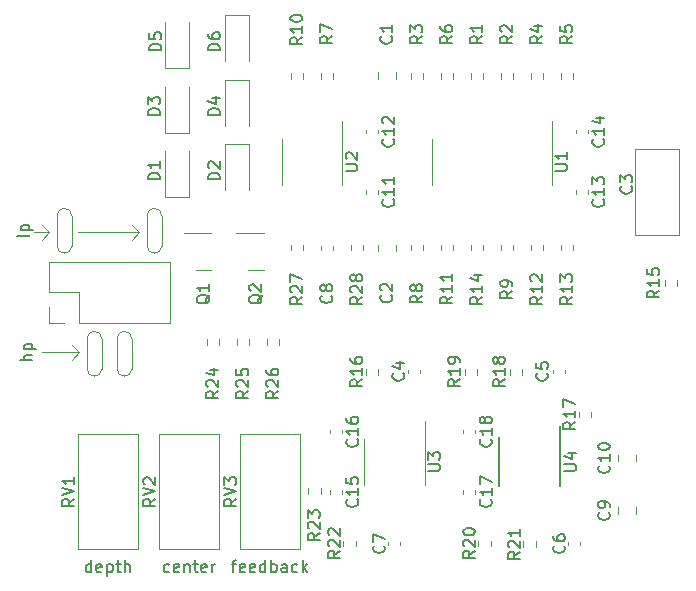
<source format=gto>
G04 #@! TF.GenerationSoftware,KiCad,Pcbnew,6.0.5+dfsg-1~bpo11+1*
G04 #@! TF.CreationDate,2022-08-08T19:40:30+00:00*
G04 #@! TF.ProjectId,late_MS20_VCF_plug_in_board,6c617465-5f4d-4533-9230-5f5643465f70,0.1*
G04 #@! TF.SameCoordinates,Original*
G04 #@! TF.FileFunction,Legend,Top*
G04 #@! TF.FilePolarity,Positive*
%FSLAX46Y46*%
G04 Gerber Fmt 4.6, Leading zero omitted, Abs format (unit mm)*
G04 Created by KiCad (PCBNEW 6.0.5+dfsg-1~bpo11+1) date 2022-08-08 19:40:30*
%MOMM*%
%LPD*%
G01*
G04 APERTURE LIST*
%ADD10C,0.120000*%
%ADD11C,0.150000*%
%ADD12C,1.542000*%
%ADD13C,1.702000*%
%ADD14O,1.802000X1.802000*%
G04 APERTURE END LIST*
D10*
X127635000Y-95377000D02*
X127635000Y-92837000D01*
X135255000Y-92837000D02*
G75*
G03*
X133985000Y-92837000I-635000J0D01*
G01*
X132715000Y-105791000D02*
X132715000Y-103251000D01*
X131445000Y-105791000D02*
X131445000Y-103251000D01*
X132715000Y-103251000D02*
G75*
G03*
X131445000Y-103251000I-635000J0D01*
G01*
X133350000Y-94234000D02*
X132715000Y-94869000D01*
X128270000Y-104394000D02*
X127635000Y-103759000D01*
X133985000Y-95377000D02*
G75*
G03*
X135255000Y-95377000I635000J0D01*
G01*
X125730000Y-94234000D02*
X125095000Y-93599000D01*
X126365000Y-95377000D02*
G75*
G03*
X127635000Y-95377000I635000J0D01*
G01*
X127635000Y-92837000D02*
G75*
G03*
X126365000Y-92837000I-635000J0D01*
G01*
X125730000Y-94234000D02*
X125095000Y-94869000D01*
X131445000Y-105791000D02*
G75*
G03*
X132715000Y-105791000I635000J0D01*
G01*
X133350000Y-94234000D02*
X132715000Y-93599000D01*
X128905000Y-105791000D02*
X128905000Y-103251000D01*
X128270000Y-104394000D02*
X127635000Y-105029000D01*
X125095000Y-104394000D02*
X128270000Y-104394000D01*
X128905000Y-105791000D02*
G75*
G03*
X130175000Y-105791000I635000J0D01*
G01*
X130175000Y-103251000D02*
G75*
G03*
X128905000Y-103251000I-635000J0D01*
G01*
X126365000Y-95377000D02*
X126365000Y-92837000D01*
X133985000Y-95377000D02*
X133985000Y-92837000D01*
X124460000Y-94234000D02*
X125730000Y-94234000D01*
X128143000Y-94234000D02*
X133350000Y-94234000D01*
X135255000Y-95377000D02*
X135255000Y-92837000D01*
X130175000Y-105791000D02*
X130175000Y-103251000D01*
D11*
X124023380Y-94440333D02*
X123975761Y-94535571D01*
X123880523Y-94583190D01*
X123023380Y-94583190D01*
X123356714Y-94059380D02*
X124356714Y-94059380D01*
X123404333Y-94059380D02*
X123356714Y-93964142D01*
X123356714Y-93773666D01*
X123404333Y-93678428D01*
X123451952Y-93630809D01*
X123547190Y-93583190D01*
X123832904Y-93583190D01*
X123928142Y-93630809D01*
X123975761Y-93678428D01*
X124023380Y-93773666D01*
X124023380Y-93964142D01*
X123975761Y-94059380D01*
X135874333Y-122959761D02*
X135779095Y-123007380D01*
X135588619Y-123007380D01*
X135493380Y-122959761D01*
X135445761Y-122912142D01*
X135398142Y-122816904D01*
X135398142Y-122531190D01*
X135445761Y-122435952D01*
X135493380Y-122388333D01*
X135588619Y-122340714D01*
X135779095Y-122340714D01*
X135874333Y-122388333D01*
X136683857Y-122959761D02*
X136588619Y-123007380D01*
X136398142Y-123007380D01*
X136302904Y-122959761D01*
X136255285Y-122864523D01*
X136255285Y-122483571D01*
X136302904Y-122388333D01*
X136398142Y-122340714D01*
X136588619Y-122340714D01*
X136683857Y-122388333D01*
X136731476Y-122483571D01*
X136731476Y-122578809D01*
X136255285Y-122674047D01*
X137160047Y-122340714D02*
X137160047Y-123007380D01*
X137160047Y-122435952D02*
X137207666Y-122388333D01*
X137302904Y-122340714D01*
X137445761Y-122340714D01*
X137541000Y-122388333D01*
X137588619Y-122483571D01*
X137588619Y-123007380D01*
X137921952Y-122340714D02*
X138302904Y-122340714D01*
X138064809Y-122007380D02*
X138064809Y-122864523D01*
X138112428Y-122959761D01*
X138207666Y-123007380D01*
X138302904Y-123007380D01*
X139017190Y-122959761D02*
X138921952Y-123007380D01*
X138731476Y-123007380D01*
X138636238Y-122959761D01*
X138588619Y-122864523D01*
X138588619Y-122483571D01*
X138636238Y-122388333D01*
X138731476Y-122340714D01*
X138921952Y-122340714D01*
X139017190Y-122388333D01*
X139064809Y-122483571D01*
X139064809Y-122578809D01*
X138588619Y-122674047D01*
X139493380Y-123007380D02*
X139493380Y-122340714D01*
X139493380Y-122531190D02*
X139541000Y-122435952D01*
X139588619Y-122388333D01*
X139683857Y-122340714D01*
X139779095Y-122340714D01*
X129278238Y-123007380D02*
X129278238Y-122007380D01*
X129278238Y-122959761D02*
X129183000Y-123007380D01*
X128992523Y-123007380D01*
X128897285Y-122959761D01*
X128849666Y-122912142D01*
X128802047Y-122816904D01*
X128802047Y-122531190D01*
X128849666Y-122435952D01*
X128897285Y-122388333D01*
X128992523Y-122340714D01*
X129183000Y-122340714D01*
X129278238Y-122388333D01*
X130135380Y-122959761D02*
X130040142Y-123007380D01*
X129849666Y-123007380D01*
X129754428Y-122959761D01*
X129706809Y-122864523D01*
X129706809Y-122483571D01*
X129754428Y-122388333D01*
X129849666Y-122340714D01*
X130040142Y-122340714D01*
X130135380Y-122388333D01*
X130183000Y-122483571D01*
X130183000Y-122578809D01*
X129706809Y-122674047D01*
X130611571Y-122340714D02*
X130611571Y-123340714D01*
X130611571Y-122388333D02*
X130706809Y-122340714D01*
X130897285Y-122340714D01*
X130992523Y-122388333D01*
X131040142Y-122435952D01*
X131087761Y-122531190D01*
X131087761Y-122816904D01*
X131040142Y-122912142D01*
X130992523Y-122959761D01*
X130897285Y-123007380D01*
X130706809Y-123007380D01*
X130611571Y-122959761D01*
X131373476Y-122340714D02*
X131754428Y-122340714D01*
X131516333Y-122007380D02*
X131516333Y-122864523D01*
X131563952Y-122959761D01*
X131659190Y-123007380D01*
X131754428Y-123007380D01*
X132087761Y-123007380D02*
X132087761Y-122007380D01*
X132516333Y-123007380D02*
X132516333Y-122483571D01*
X132468714Y-122388333D01*
X132373476Y-122340714D01*
X132230619Y-122340714D01*
X132135380Y-122388333D01*
X132087761Y-122435952D01*
X124277380Y-105060666D02*
X123277380Y-105060666D01*
X124277380Y-104632095D02*
X123753571Y-104632095D01*
X123658333Y-104679714D01*
X123610714Y-104774952D01*
X123610714Y-104917809D01*
X123658333Y-105013047D01*
X123705952Y-105060666D01*
X123610714Y-104155904D02*
X124610714Y-104155904D01*
X123658333Y-104155904D02*
X123610714Y-104060666D01*
X123610714Y-103870190D01*
X123658333Y-103774952D01*
X123705952Y-103727333D01*
X123801190Y-103679714D01*
X124086904Y-103679714D01*
X124182142Y-103727333D01*
X124229761Y-103774952D01*
X124277380Y-103870190D01*
X124277380Y-104060666D01*
X124229761Y-104155904D01*
X141160904Y-122340714D02*
X141541857Y-122340714D01*
X141303761Y-123007380D02*
X141303761Y-122150238D01*
X141351380Y-122055000D01*
X141446619Y-122007380D01*
X141541857Y-122007380D01*
X142256142Y-122959761D02*
X142160904Y-123007380D01*
X141970428Y-123007380D01*
X141875190Y-122959761D01*
X141827571Y-122864523D01*
X141827571Y-122483571D01*
X141875190Y-122388333D01*
X141970428Y-122340714D01*
X142160904Y-122340714D01*
X142256142Y-122388333D01*
X142303761Y-122483571D01*
X142303761Y-122578809D01*
X141827571Y-122674047D01*
X143113285Y-122959761D02*
X143018047Y-123007380D01*
X142827571Y-123007380D01*
X142732333Y-122959761D01*
X142684714Y-122864523D01*
X142684714Y-122483571D01*
X142732333Y-122388333D01*
X142827571Y-122340714D01*
X143018047Y-122340714D01*
X143113285Y-122388333D01*
X143160904Y-122483571D01*
X143160904Y-122578809D01*
X142684714Y-122674047D01*
X144018047Y-123007380D02*
X144018047Y-122007380D01*
X144018047Y-122959761D02*
X143922809Y-123007380D01*
X143732333Y-123007380D01*
X143637095Y-122959761D01*
X143589476Y-122912142D01*
X143541857Y-122816904D01*
X143541857Y-122531190D01*
X143589476Y-122435952D01*
X143637095Y-122388333D01*
X143732333Y-122340714D01*
X143922809Y-122340714D01*
X144018047Y-122388333D01*
X144494238Y-123007380D02*
X144494238Y-122007380D01*
X144494238Y-122388333D02*
X144589476Y-122340714D01*
X144779952Y-122340714D01*
X144875190Y-122388333D01*
X144922809Y-122435952D01*
X144970428Y-122531190D01*
X144970428Y-122816904D01*
X144922809Y-122912142D01*
X144875190Y-122959761D01*
X144779952Y-123007380D01*
X144589476Y-123007380D01*
X144494238Y-122959761D01*
X145827571Y-123007380D02*
X145827571Y-122483571D01*
X145779952Y-122388333D01*
X145684714Y-122340714D01*
X145494238Y-122340714D01*
X145399000Y-122388333D01*
X145827571Y-122959761D02*
X145732333Y-123007380D01*
X145494238Y-123007380D01*
X145399000Y-122959761D01*
X145351380Y-122864523D01*
X145351380Y-122769285D01*
X145399000Y-122674047D01*
X145494238Y-122626428D01*
X145732333Y-122626428D01*
X145827571Y-122578809D01*
X146732333Y-122959761D02*
X146637095Y-123007380D01*
X146446619Y-123007380D01*
X146351380Y-122959761D01*
X146303761Y-122912142D01*
X146256142Y-122816904D01*
X146256142Y-122531190D01*
X146303761Y-122435952D01*
X146351380Y-122388333D01*
X146446619Y-122340714D01*
X146637095Y-122340714D01*
X146732333Y-122388333D01*
X147160904Y-123007380D02*
X147160904Y-122007380D01*
X147256142Y-122626428D02*
X147541857Y-123007380D01*
X147541857Y-122340714D02*
X147160904Y-122721666D01*
X168547380Y-89026904D02*
X169356904Y-89026904D01*
X169452142Y-88979285D01*
X169499761Y-88931666D01*
X169547380Y-88836428D01*
X169547380Y-88645952D01*
X169499761Y-88550714D01*
X169452142Y-88503095D01*
X169356904Y-88455476D01*
X168547380Y-88455476D01*
X169547380Y-87455476D02*
X169547380Y-88026904D01*
X169547380Y-87741190D02*
X168547380Y-87741190D01*
X168690238Y-87836428D01*
X168785476Y-87931666D01*
X168833095Y-88026904D01*
X163077142Y-111754857D02*
X163124761Y-111802476D01*
X163172380Y-111945333D01*
X163172380Y-112040571D01*
X163124761Y-112183428D01*
X163029523Y-112278666D01*
X162934285Y-112326285D01*
X162743809Y-112373904D01*
X162600952Y-112373904D01*
X162410476Y-112326285D01*
X162315238Y-112278666D01*
X162220000Y-112183428D01*
X162172380Y-112040571D01*
X162172380Y-111945333D01*
X162220000Y-111802476D01*
X162267619Y-111754857D01*
X163172380Y-110802476D02*
X163172380Y-111373904D01*
X163172380Y-111088190D02*
X162172380Y-111088190D01*
X162315238Y-111183428D01*
X162410476Y-111278666D01*
X162458095Y-111373904D01*
X162600952Y-110231047D02*
X162553333Y-110326285D01*
X162505714Y-110373904D01*
X162410476Y-110421523D01*
X162362857Y-110421523D01*
X162267619Y-110373904D01*
X162220000Y-110326285D01*
X162172380Y-110231047D01*
X162172380Y-110040571D01*
X162220000Y-109945333D01*
X162267619Y-109897714D01*
X162362857Y-109850095D01*
X162410476Y-109850095D01*
X162505714Y-109897714D01*
X162553333Y-109945333D01*
X162600952Y-110040571D01*
X162600952Y-110231047D01*
X162648571Y-110326285D01*
X162696190Y-110373904D01*
X162791428Y-110421523D01*
X162981904Y-110421523D01*
X163077142Y-110373904D01*
X163124761Y-110326285D01*
X163172380Y-110231047D01*
X163172380Y-110040571D01*
X163124761Y-109945333D01*
X163077142Y-109897714D01*
X162981904Y-109850095D01*
X162791428Y-109850095D01*
X162696190Y-109897714D01*
X162648571Y-109945333D01*
X162600952Y-110040571D01*
X149582142Y-99607666D02*
X149629761Y-99655285D01*
X149677380Y-99798142D01*
X149677380Y-99893380D01*
X149629761Y-100036238D01*
X149534523Y-100131476D01*
X149439285Y-100179095D01*
X149248809Y-100226714D01*
X149105952Y-100226714D01*
X148915476Y-100179095D01*
X148820238Y-100131476D01*
X148725000Y-100036238D01*
X148677380Y-99893380D01*
X148677380Y-99798142D01*
X148725000Y-99655285D01*
X148772619Y-99607666D01*
X149105952Y-99036238D02*
X149058333Y-99131476D01*
X149010714Y-99179095D01*
X148915476Y-99226714D01*
X148867857Y-99226714D01*
X148772619Y-99179095D01*
X148725000Y-99131476D01*
X148677380Y-99036238D01*
X148677380Y-98845761D01*
X148725000Y-98750523D01*
X148772619Y-98702904D01*
X148867857Y-98655285D01*
X148915476Y-98655285D01*
X149010714Y-98702904D01*
X149058333Y-98750523D01*
X149105952Y-98845761D01*
X149105952Y-99036238D01*
X149153571Y-99131476D01*
X149201190Y-99179095D01*
X149296428Y-99226714D01*
X149486904Y-99226714D01*
X149582142Y-99179095D01*
X149629761Y-99131476D01*
X149677380Y-99036238D01*
X149677380Y-98845761D01*
X149629761Y-98750523D01*
X149582142Y-98702904D01*
X149486904Y-98655285D01*
X149296428Y-98655285D01*
X149201190Y-98702904D01*
X149153571Y-98750523D01*
X149105952Y-98845761D01*
X164917380Y-77636666D02*
X164441190Y-77970000D01*
X164917380Y-78208095D02*
X163917380Y-78208095D01*
X163917380Y-77827142D01*
X163965000Y-77731904D01*
X164012619Y-77684285D01*
X164107857Y-77636666D01*
X164250714Y-77636666D01*
X164345952Y-77684285D01*
X164393571Y-77731904D01*
X164441190Y-77827142D01*
X164441190Y-78208095D01*
X164012619Y-77255714D02*
X163965000Y-77208095D01*
X163917380Y-77112857D01*
X163917380Y-76874761D01*
X163965000Y-76779523D01*
X164012619Y-76731904D01*
X164107857Y-76684285D01*
X164203095Y-76684285D01*
X164345952Y-76731904D01*
X164917380Y-77303333D01*
X164917380Y-76684285D01*
X157792380Y-114426904D02*
X158601904Y-114426904D01*
X158697142Y-114379285D01*
X158744761Y-114331666D01*
X158792380Y-114236428D01*
X158792380Y-114045952D01*
X158744761Y-113950714D01*
X158697142Y-113903095D01*
X158601904Y-113855476D01*
X157792380Y-113855476D01*
X157792380Y-113474523D02*
X157792380Y-112855476D01*
X158173333Y-113188809D01*
X158173333Y-113045952D01*
X158220952Y-112950714D01*
X158268571Y-112903095D01*
X158363809Y-112855476D01*
X158601904Y-112855476D01*
X158697142Y-112903095D01*
X158744761Y-112950714D01*
X158792380Y-113045952D01*
X158792380Y-113331666D01*
X158744761Y-113426904D01*
X158697142Y-113474523D01*
X154822142Y-86354857D02*
X154869761Y-86402476D01*
X154917380Y-86545333D01*
X154917380Y-86640571D01*
X154869761Y-86783428D01*
X154774523Y-86878666D01*
X154679285Y-86926285D01*
X154488809Y-86973904D01*
X154345952Y-86973904D01*
X154155476Y-86926285D01*
X154060238Y-86878666D01*
X153965000Y-86783428D01*
X153917380Y-86640571D01*
X153917380Y-86545333D01*
X153965000Y-86402476D01*
X154012619Y-86354857D01*
X154917380Y-85402476D02*
X154917380Y-85973904D01*
X154917380Y-85688190D02*
X153917380Y-85688190D01*
X154060238Y-85783428D01*
X154155476Y-85878666D01*
X154203095Y-85973904D01*
X154012619Y-85021523D02*
X153965000Y-84973904D01*
X153917380Y-84878666D01*
X153917380Y-84640571D01*
X153965000Y-84545333D01*
X154012619Y-84497714D01*
X154107857Y-84450095D01*
X154203095Y-84450095D01*
X154345952Y-84497714D01*
X154917380Y-85069142D01*
X154917380Y-84450095D01*
X134691380Y-116800238D02*
X134215190Y-117133571D01*
X134691380Y-117371666D02*
X133691380Y-117371666D01*
X133691380Y-116990714D01*
X133739000Y-116895476D01*
X133786619Y-116847857D01*
X133881857Y-116800238D01*
X134024714Y-116800238D01*
X134119952Y-116847857D01*
X134167571Y-116895476D01*
X134215190Y-116990714D01*
X134215190Y-117371666D01*
X133691380Y-116514523D02*
X134691380Y-116181190D01*
X133691380Y-115847857D01*
X133786619Y-115562142D02*
X133739000Y-115514523D01*
X133691380Y-115419285D01*
X133691380Y-115181190D01*
X133739000Y-115085952D01*
X133786619Y-115038333D01*
X133881857Y-114990714D01*
X133977095Y-114990714D01*
X134119952Y-115038333D01*
X134691380Y-115609761D01*
X134691380Y-114990714D01*
X143755119Y-99536238D02*
X143707500Y-99631476D01*
X143612261Y-99726714D01*
X143469404Y-99869571D01*
X143421785Y-99964809D01*
X143421785Y-100060047D01*
X143659880Y-100012428D02*
X143612261Y-100107666D01*
X143517023Y-100202904D01*
X143326547Y-100250523D01*
X142993214Y-100250523D01*
X142802738Y-100202904D01*
X142707500Y-100107666D01*
X142659880Y-100012428D01*
X142659880Y-99821952D01*
X142707500Y-99726714D01*
X142802738Y-99631476D01*
X142993214Y-99583857D01*
X143326547Y-99583857D01*
X143517023Y-99631476D01*
X143612261Y-99726714D01*
X143659880Y-99821952D01*
X143659880Y-100012428D01*
X142755119Y-99202904D02*
X142707500Y-99155285D01*
X142659880Y-99060047D01*
X142659880Y-98821952D01*
X142707500Y-98726714D01*
X142755119Y-98679095D01*
X142850357Y-98631476D01*
X142945595Y-98631476D01*
X143088452Y-98679095D01*
X143659880Y-99250523D01*
X143659880Y-98631476D01*
X148610580Y-119692657D02*
X148134390Y-120025990D01*
X148610580Y-120264085D02*
X147610580Y-120264085D01*
X147610580Y-119883133D01*
X147658200Y-119787895D01*
X147705819Y-119740276D01*
X147801057Y-119692657D01*
X147943914Y-119692657D01*
X148039152Y-119740276D01*
X148086771Y-119787895D01*
X148134390Y-119883133D01*
X148134390Y-120264085D01*
X147705819Y-119311704D02*
X147658200Y-119264085D01*
X147610580Y-119168847D01*
X147610580Y-118930752D01*
X147658200Y-118835514D01*
X147705819Y-118787895D01*
X147801057Y-118740276D01*
X147896295Y-118740276D01*
X148039152Y-118787895D01*
X148610580Y-119359323D01*
X148610580Y-118740276D01*
X147610580Y-118406942D02*
X147610580Y-117787895D01*
X147991533Y-118121228D01*
X147991533Y-117978371D01*
X148039152Y-117883133D01*
X148086771Y-117835514D01*
X148182009Y-117787895D01*
X148420104Y-117787895D01*
X148515342Y-117835514D01*
X148562961Y-117883133D01*
X148610580Y-117978371D01*
X148610580Y-118264085D01*
X148562961Y-118359323D01*
X148515342Y-118406942D01*
X167457380Y-99702857D02*
X166981190Y-100036190D01*
X167457380Y-100274285D02*
X166457380Y-100274285D01*
X166457380Y-99893333D01*
X166505000Y-99798095D01*
X166552619Y-99750476D01*
X166647857Y-99702857D01*
X166790714Y-99702857D01*
X166885952Y-99750476D01*
X166933571Y-99798095D01*
X166981190Y-99893333D01*
X166981190Y-100274285D01*
X167457380Y-98750476D02*
X167457380Y-99321904D01*
X167457380Y-99036190D02*
X166457380Y-99036190D01*
X166600238Y-99131428D01*
X166695476Y-99226666D01*
X166743095Y-99321904D01*
X166552619Y-98369523D02*
X166505000Y-98321904D01*
X166457380Y-98226666D01*
X166457380Y-97988571D01*
X166505000Y-97893333D01*
X166552619Y-97845714D01*
X166647857Y-97798095D01*
X166743095Y-97798095D01*
X166885952Y-97845714D01*
X167457380Y-98417142D01*
X167457380Y-97798095D01*
X161742380Y-121212857D02*
X161266190Y-121546190D01*
X161742380Y-121784285D02*
X160742380Y-121784285D01*
X160742380Y-121403333D01*
X160790000Y-121308095D01*
X160837619Y-121260476D01*
X160932857Y-121212857D01*
X161075714Y-121212857D01*
X161170952Y-121260476D01*
X161218571Y-121308095D01*
X161266190Y-121403333D01*
X161266190Y-121784285D01*
X160837619Y-120831904D02*
X160790000Y-120784285D01*
X160742380Y-120689047D01*
X160742380Y-120450952D01*
X160790000Y-120355714D01*
X160837619Y-120308095D01*
X160932857Y-120260476D01*
X161028095Y-120260476D01*
X161170952Y-120308095D01*
X161742380Y-120879523D01*
X161742380Y-120260476D01*
X160742380Y-119641428D02*
X160742380Y-119546190D01*
X160790000Y-119450952D01*
X160837619Y-119403333D01*
X160932857Y-119355714D01*
X161123333Y-119308095D01*
X161361428Y-119308095D01*
X161551904Y-119355714D01*
X161647142Y-119403333D01*
X161694761Y-119450952D01*
X161742380Y-119546190D01*
X161742380Y-119641428D01*
X161694761Y-119736666D01*
X161647142Y-119784285D01*
X161551904Y-119831904D01*
X161361428Y-119879523D01*
X161123333Y-119879523D01*
X160932857Y-119831904D01*
X160837619Y-119784285D01*
X160790000Y-119736666D01*
X160742380Y-119641428D01*
X159837380Y-77636666D02*
X159361190Y-77970000D01*
X159837380Y-78208095D02*
X158837380Y-78208095D01*
X158837380Y-77827142D01*
X158885000Y-77731904D01*
X158932619Y-77684285D01*
X159027857Y-77636666D01*
X159170714Y-77636666D01*
X159265952Y-77684285D01*
X159313571Y-77731904D01*
X159361190Y-77827142D01*
X159361190Y-78208095D01*
X158837380Y-76779523D02*
X158837380Y-76970000D01*
X158885000Y-77065238D01*
X158932619Y-77112857D01*
X159075476Y-77208095D01*
X159265952Y-77255714D01*
X159646904Y-77255714D01*
X159742142Y-77208095D01*
X159789761Y-77160476D01*
X159837380Y-77065238D01*
X159837380Y-76874761D01*
X159789761Y-76779523D01*
X159742142Y-76731904D01*
X159646904Y-76684285D01*
X159408809Y-76684285D01*
X159313571Y-76731904D01*
X159265952Y-76779523D01*
X159218333Y-76874761D01*
X159218333Y-77065238D01*
X159265952Y-77160476D01*
X159313571Y-77208095D01*
X159408809Y-77255714D01*
X172602142Y-91460857D02*
X172649761Y-91508476D01*
X172697380Y-91651333D01*
X172697380Y-91746571D01*
X172649761Y-91889428D01*
X172554523Y-91984666D01*
X172459285Y-92032285D01*
X172268809Y-92079904D01*
X172125952Y-92079904D01*
X171935476Y-92032285D01*
X171840238Y-91984666D01*
X171745000Y-91889428D01*
X171697380Y-91746571D01*
X171697380Y-91651333D01*
X171745000Y-91508476D01*
X171792619Y-91460857D01*
X172697380Y-90508476D02*
X172697380Y-91079904D01*
X172697380Y-90794190D02*
X171697380Y-90794190D01*
X171840238Y-90889428D01*
X171935476Y-90984666D01*
X171983095Y-91079904D01*
X171697380Y-90175142D02*
X171697380Y-89556095D01*
X172078333Y-89889428D01*
X172078333Y-89746571D01*
X172125952Y-89651333D01*
X172173571Y-89603714D01*
X172268809Y-89556095D01*
X172506904Y-89556095D01*
X172602142Y-89603714D01*
X172649761Y-89651333D01*
X172697380Y-89746571D01*
X172697380Y-90032285D01*
X172649761Y-90127523D01*
X172602142Y-90175142D01*
X135072380Y-89765095D02*
X134072380Y-89765095D01*
X134072380Y-89527000D01*
X134120000Y-89384142D01*
X134215238Y-89288904D01*
X134310476Y-89241285D01*
X134500952Y-89193666D01*
X134643809Y-89193666D01*
X134834285Y-89241285D01*
X134929523Y-89288904D01*
X135024761Y-89384142D01*
X135072380Y-89527000D01*
X135072380Y-89765095D01*
X135072380Y-88241285D02*
X135072380Y-88812714D01*
X135072380Y-88527000D02*
X134072380Y-88527000D01*
X134215238Y-88622238D01*
X134310476Y-88717476D01*
X134358095Y-88812714D01*
X162377380Y-77636666D02*
X161901190Y-77970000D01*
X162377380Y-78208095D02*
X161377380Y-78208095D01*
X161377380Y-77827142D01*
X161425000Y-77731904D01*
X161472619Y-77684285D01*
X161567857Y-77636666D01*
X161710714Y-77636666D01*
X161805952Y-77684285D01*
X161853571Y-77731904D01*
X161901190Y-77827142D01*
X161901190Y-78208095D01*
X162377380Y-76684285D02*
X162377380Y-77255714D01*
X162377380Y-76970000D02*
X161377380Y-76970000D01*
X161520238Y-77065238D01*
X161615476Y-77160476D01*
X161663095Y-77255714D01*
X164282380Y-106687857D02*
X163806190Y-107021190D01*
X164282380Y-107259285D02*
X163282380Y-107259285D01*
X163282380Y-106878333D01*
X163330000Y-106783095D01*
X163377619Y-106735476D01*
X163472857Y-106687857D01*
X163615714Y-106687857D01*
X163710952Y-106735476D01*
X163758571Y-106783095D01*
X163806190Y-106878333D01*
X163806190Y-107259285D01*
X164282380Y-105735476D02*
X164282380Y-106306904D01*
X164282380Y-106021190D02*
X163282380Y-106021190D01*
X163425238Y-106116428D01*
X163520476Y-106211666D01*
X163568095Y-106306904D01*
X163710952Y-105164047D02*
X163663333Y-105259285D01*
X163615714Y-105306904D01*
X163520476Y-105354523D01*
X163472857Y-105354523D01*
X163377619Y-105306904D01*
X163330000Y-105259285D01*
X163282380Y-105164047D01*
X163282380Y-104973571D01*
X163330000Y-104878333D01*
X163377619Y-104830714D01*
X163472857Y-104783095D01*
X163520476Y-104783095D01*
X163615714Y-104830714D01*
X163663333Y-104878333D01*
X163710952Y-104973571D01*
X163710952Y-105164047D01*
X163758571Y-105259285D01*
X163806190Y-105306904D01*
X163901428Y-105354523D01*
X164091904Y-105354523D01*
X164187142Y-105306904D01*
X164234761Y-105259285D01*
X164282380Y-105164047D01*
X164282380Y-104973571D01*
X164234761Y-104878333D01*
X164187142Y-104830714D01*
X164091904Y-104783095D01*
X163901428Y-104783095D01*
X163806190Y-104830714D01*
X163758571Y-104878333D01*
X163710952Y-104973571D01*
X173077142Y-117956666D02*
X173124761Y-118004285D01*
X173172380Y-118147142D01*
X173172380Y-118242380D01*
X173124761Y-118385238D01*
X173029523Y-118480476D01*
X172934285Y-118528095D01*
X172743809Y-118575714D01*
X172600952Y-118575714D01*
X172410476Y-118528095D01*
X172315238Y-118480476D01*
X172220000Y-118385238D01*
X172172380Y-118242380D01*
X172172380Y-118147142D01*
X172220000Y-118004285D01*
X172267619Y-117956666D01*
X173172380Y-117480476D02*
X173172380Y-117290000D01*
X173124761Y-117194761D01*
X173077142Y-117147142D01*
X172934285Y-117051904D01*
X172743809Y-117004285D01*
X172362857Y-117004285D01*
X172267619Y-117051904D01*
X172220000Y-117099523D01*
X172172380Y-117194761D01*
X172172380Y-117385238D01*
X172220000Y-117480476D01*
X172267619Y-117528095D01*
X172362857Y-117575714D01*
X172600952Y-117575714D01*
X172696190Y-117528095D01*
X172743809Y-117480476D01*
X172791428Y-117385238D01*
X172791428Y-117194761D01*
X172743809Y-117099523D01*
X172696190Y-117051904D01*
X172600952Y-117004285D01*
X154027142Y-120774166D02*
X154074761Y-120821785D01*
X154122380Y-120964642D01*
X154122380Y-121059880D01*
X154074761Y-121202738D01*
X153979523Y-121297976D01*
X153884285Y-121345595D01*
X153693809Y-121393214D01*
X153550952Y-121393214D01*
X153360476Y-121345595D01*
X153265238Y-121297976D01*
X153170000Y-121202738D01*
X153122380Y-121059880D01*
X153122380Y-120964642D01*
X153170000Y-120821785D01*
X153217619Y-120774166D01*
X153122380Y-120440833D02*
X153122380Y-119774166D01*
X154122380Y-120202738D01*
X177355780Y-99169457D02*
X176879590Y-99502790D01*
X177355780Y-99740885D02*
X176355780Y-99740885D01*
X176355780Y-99359933D01*
X176403400Y-99264695D01*
X176451019Y-99217076D01*
X176546257Y-99169457D01*
X176689114Y-99169457D01*
X176784352Y-99217076D01*
X176831971Y-99264695D01*
X176879590Y-99359933D01*
X176879590Y-99740885D01*
X177355780Y-98217076D02*
X177355780Y-98788504D01*
X177355780Y-98502790D02*
X176355780Y-98502790D01*
X176498638Y-98598028D01*
X176593876Y-98693266D01*
X176641495Y-98788504D01*
X176355780Y-97312314D02*
X176355780Y-97788504D01*
X176831971Y-97836123D01*
X176784352Y-97788504D01*
X176736733Y-97693266D01*
X176736733Y-97455171D01*
X176784352Y-97359933D01*
X176831971Y-97312314D01*
X176927209Y-97264695D01*
X177165304Y-97264695D01*
X177260542Y-97312314D01*
X177308161Y-97359933D01*
X177355780Y-97455171D01*
X177355780Y-97693266D01*
X177308161Y-97788504D01*
X177260542Y-97836123D01*
X151774142Y-116860857D02*
X151821761Y-116908476D01*
X151869380Y-117051333D01*
X151869380Y-117146571D01*
X151821761Y-117289428D01*
X151726523Y-117384666D01*
X151631285Y-117432285D01*
X151440809Y-117479904D01*
X151297952Y-117479904D01*
X151107476Y-117432285D01*
X151012238Y-117384666D01*
X150917000Y-117289428D01*
X150869380Y-117146571D01*
X150869380Y-117051333D01*
X150917000Y-116908476D01*
X150964619Y-116860857D01*
X151869380Y-115908476D02*
X151869380Y-116479904D01*
X151869380Y-116194190D02*
X150869380Y-116194190D01*
X151012238Y-116289428D01*
X151107476Y-116384666D01*
X151155095Y-116479904D01*
X150869380Y-115003714D02*
X150869380Y-115479904D01*
X151345571Y-115527523D01*
X151297952Y-115479904D01*
X151250333Y-115384666D01*
X151250333Y-115146571D01*
X151297952Y-115051333D01*
X151345571Y-115003714D01*
X151440809Y-114956095D01*
X151678904Y-114956095D01*
X151774142Y-115003714D01*
X151821761Y-115051333D01*
X151869380Y-115146571D01*
X151869380Y-115384666D01*
X151821761Y-115479904D01*
X151774142Y-115527523D01*
X169267142Y-120774166D02*
X169314761Y-120821785D01*
X169362380Y-120964642D01*
X169362380Y-121059880D01*
X169314761Y-121202738D01*
X169219523Y-121297976D01*
X169124285Y-121345595D01*
X168933809Y-121393214D01*
X168790952Y-121393214D01*
X168600476Y-121345595D01*
X168505238Y-121297976D01*
X168410000Y-121202738D01*
X168362380Y-121059880D01*
X168362380Y-120964642D01*
X168410000Y-120821785D01*
X168457619Y-120774166D01*
X168362380Y-119917023D02*
X168362380Y-120107500D01*
X168410000Y-120202738D01*
X168457619Y-120250357D01*
X168600476Y-120345595D01*
X168790952Y-120393214D01*
X169171904Y-120393214D01*
X169267142Y-120345595D01*
X169314761Y-120297976D01*
X169362380Y-120202738D01*
X169362380Y-120012261D01*
X169314761Y-119917023D01*
X169267142Y-119869404D01*
X169171904Y-119821785D01*
X168933809Y-119821785D01*
X168838571Y-119869404D01*
X168790952Y-119917023D01*
X168743333Y-120012261D01*
X168743333Y-120202738D01*
X168790952Y-120297976D01*
X168838571Y-120345595D01*
X168933809Y-120393214D01*
X163077142Y-116860857D02*
X163124761Y-116908476D01*
X163172380Y-117051333D01*
X163172380Y-117146571D01*
X163124761Y-117289428D01*
X163029523Y-117384666D01*
X162934285Y-117432285D01*
X162743809Y-117479904D01*
X162600952Y-117479904D01*
X162410476Y-117432285D01*
X162315238Y-117384666D01*
X162220000Y-117289428D01*
X162172380Y-117146571D01*
X162172380Y-117051333D01*
X162220000Y-116908476D01*
X162267619Y-116860857D01*
X163172380Y-115908476D02*
X163172380Y-116479904D01*
X163172380Y-116194190D02*
X162172380Y-116194190D01*
X162315238Y-116289428D01*
X162410476Y-116384666D01*
X162458095Y-116479904D01*
X162172380Y-115575142D02*
X162172380Y-114908476D01*
X163172380Y-115337047D01*
X127833380Y-116800238D02*
X127357190Y-117133571D01*
X127833380Y-117371666D02*
X126833380Y-117371666D01*
X126833380Y-116990714D01*
X126881000Y-116895476D01*
X126928619Y-116847857D01*
X127023857Y-116800238D01*
X127166714Y-116800238D01*
X127261952Y-116847857D01*
X127309571Y-116895476D01*
X127357190Y-116990714D01*
X127357190Y-117371666D01*
X126833380Y-116514523D02*
X127833380Y-116181190D01*
X126833380Y-115847857D01*
X127833380Y-114990714D02*
X127833380Y-115562142D01*
X127833380Y-115276428D02*
X126833380Y-115276428D01*
X126976238Y-115371666D01*
X127071476Y-115466904D01*
X127119095Y-115562142D01*
X149677380Y-77636666D02*
X149201190Y-77970000D01*
X149677380Y-78208095D02*
X148677380Y-78208095D01*
X148677380Y-77827142D01*
X148725000Y-77731904D01*
X148772619Y-77684285D01*
X148867857Y-77636666D01*
X149010714Y-77636666D01*
X149105952Y-77684285D01*
X149153571Y-77731904D01*
X149201190Y-77827142D01*
X149201190Y-78208095D01*
X148677380Y-77303333D02*
X148677380Y-76636666D01*
X149677380Y-77065238D01*
X152217380Y-99702857D02*
X151741190Y-100036190D01*
X152217380Y-100274285D02*
X151217380Y-100274285D01*
X151217380Y-99893333D01*
X151265000Y-99798095D01*
X151312619Y-99750476D01*
X151407857Y-99702857D01*
X151550714Y-99702857D01*
X151645952Y-99750476D01*
X151693571Y-99798095D01*
X151741190Y-99893333D01*
X151741190Y-100274285D01*
X151312619Y-99321904D02*
X151265000Y-99274285D01*
X151217380Y-99179047D01*
X151217380Y-98940952D01*
X151265000Y-98845714D01*
X151312619Y-98798095D01*
X151407857Y-98750476D01*
X151503095Y-98750476D01*
X151645952Y-98798095D01*
X152217380Y-99369523D01*
X152217380Y-98750476D01*
X151645952Y-98179047D02*
X151598333Y-98274285D01*
X151550714Y-98321904D01*
X151455476Y-98369523D01*
X151407857Y-98369523D01*
X151312619Y-98321904D01*
X151265000Y-98274285D01*
X151217380Y-98179047D01*
X151217380Y-97988571D01*
X151265000Y-97893333D01*
X151312619Y-97845714D01*
X151407857Y-97798095D01*
X151455476Y-97798095D01*
X151550714Y-97845714D01*
X151598333Y-97893333D01*
X151645952Y-97988571D01*
X151645952Y-98179047D01*
X151693571Y-98274285D01*
X151741190Y-98321904D01*
X151836428Y-98369523D01*
X152026904Y-98369523D01*
X152122142Y-98321904D01*
X152169761Y-98274285D01*
X152217380Y-98179047D01*
X152217380Y-97988571D01*
X152169761Y-97893333D01*
X152122142Y-97845714D01*
X152026904Y-97798095D01*
X151836428Y-97798095D01*
X151741190Y-97845714D01*
X151693571Y-97893333D01*
X151645952Y-97988571D01*
X151774142Y-111767857D02*
X151821761Y-111815476D01*
X151869380Y-111958333D01*
X151869380Y-112053571D01*
X151821761Y-112196428D01*
X151726523Y-112291666D01*
X151631285Y-112339285D01*
X151440809Y-112386904D01*
X151297952Y-112386904D01*
X151107476Y-112339285D01*
X151012238Y-112291666D01*
X150917000Y-112196428D01*
X150869380Y-112053571D01*
X150869380Y-111958333D01*
X150917000Y-111815476D01*
X150964619Y-111767857D01*
X151869380Y-110815476D02*
X151869380Y-111386904D01*
X151869380Y-111101190D02*
X150869380Y-111101190D01*
X151012238Y-111196428D01*
X151107476Y-111291666D01*
X151155095Y-111386904D01*
X150869380Y-109958333D02*
X150869380Y-110148809D01*
X150917000Y-110244047D01*
X150964619Y-110291666D01*
X151107476Y-110386904D01*
X151297952Y-110434523D01*
X151678904Y-110434523D01*
X151774142Y-110386904D01*
X151821761Y-110339285D01*
X151869380Y-110244047D01*
X151869380Y-110053571D01*
X151821761Y-109958333D01*
X151774142Y-109910714D01*
X151678904Y-109863095D01*
X151440809Y-109863095D01*
X151345571Y-109910714D01*
X151297952Y-109958333D01*
X151250333Y-110053571D01*
X151250333Y-110244047D01*
X151297952Y-110339285D01*
X151345571Y-110386904D01*
X151440809Y-110434523D01*
X154662142Y-77636666D02*
X154709761Y-77684285D01*
X154757380Y-77827142D01*
X154757380Y-77922380D01*
X154709761Y-78065238D01*
X154614523Y-78160476D01*
X154519285Y-78208095D01*
X154328809Y-78255714D01*
X154185952Y-78255714D01*
X153995476Y-78208095D01*
X153900238Y-78160476D01*
X153805000Y-78065238D01*
X153757380Y-77922380D01*
X153757380Y-77827142D01*
X153805000Y-77684285D01*
X153852619Y-77636666D01*
X154757380Y-76684285D02*
X154757380Y-77255714D01*
X154757380Y-76970000D02*
X153757380Y-76970000D01*
X153900238Y-77065238D01*
X153995476Y-77160476D01*
X154043095Y-77255714D01*
X174982142Y-90336666D02*
X175029761Y-90384285D01*
X175077380Y-90527142D01*
X175077380Y-90622380D01*
X175029761Y-90765238D01*
X174934523Y-90860476D01*
X174839285Y-90908095D01*
X174648809Y-90955714D01*
X174505952Y-90955714D01*
X174315476Y-90908095D01*
X174220238Y-90860476D01*
X174125000Y-90765238D01*
X174077380Y-90622380D01*
X174077380Y-90527142D01*
X174125000Y-90384285D01*
X174172619Y-90336666D01*
X174077380Y-90003333D02*
X174077380Y-89384285D01*
X174458333Y-89717619D01*
X174458333Y-89574761D01*
X174505952Y-89479523D01*
X174553571Y-89431904D01*
X174648809Y-89384285D01*
X174886904Y-89384285D01*
X174982142Y-89431904D01*
X175029761Y-89479523D01*
X175077380Y-89574761D01*
X175077380Y-89860476D01*
X175029761Y-89955714D01*
X174982142Y-90003333D01*
X147137380Y-77731857D02*
X146661190Y-78065190D01*
X147137380Y-78303285D02*
X146137380Y-78303285D01*
X146137380Y-77922333D01*
X146185000Y-77827095D01*
X146232619Y-77779476D01*
X146327857Y-77731857D01*
X146470714Y-77731857D01*
X146565952Y-77779476D01*
X146613571Y-77827095D01*
X146661190Y-77922333D01*
X146661190Y-78303285D01*
X147137380Y-76779476D02*
X147137380Y-77350904D01*
X147137380Y-77065190D02*
X146137380Y-77065190D01*
X146280238Y-77160428D01*
X146375476Y-77255666D01*
X146423095Y-77350904D01*
X146137380Y-76160428D02*
X146137380Y-76065190D01*
X146185000Y-75969952D01*
X146232619Y-75922333D01*
X146327857Y-75874714D01*
X146518333Y-75827095D01*
X146756428Y-75827095D01*
X146946904Y-75874714D01*
X147042142Y-75922333D01*
X147089761Y-75969952D01*
X147137380Y-76065190D01*
X147137380Y-76160428D01*
X147089761Y-76255666D01*
X147042142Y-76303285D01*
X146946904Y-76350904D01*
X146756428Y-76398523D01*
X146518333Y-76398523D01*
X146327857Y-76350904D01*
X146232619Y-76303285D01*
X146185000Y-76255666D01*
X146137380Y-76160428D01*
X150807380Y-89026904D02*
X151616904Y-89026904D01*
X151712142Y-88979285D01*
X151759761Y-88931666D01*
X151807380Y-88836428D01*
X151807380Y-88645952D01*
X151759761Y-88550714D01*
X151712142Y-88503095D01*
X151616904Y-88455476D01*
X150807380Y-88455476D01*
X150902619Y-88026904D02*
X150855000Y-87979285D01*
X150807380Y-87884047D01*
X150807380Y-87645952D01*
X150855000Y-87550714D01*
X150902619Y-87503095D01*
X150997857Y-87455476D01*
X151093095Y-87455476D01*
X151235952Y-87503095D01*
X151807380Y-88074523D01*
X151807380Y-87455476D01*
X140025380Y-107680357D02*
X139549190Y-108013690D01*
X140025380Y-108251785D02*
X139025380Y-108251785D01*
X139025380Y-107870833D01*
X139073000Y-107775595D01*
X139120619Y-107727976D01*
X139215857Y-107680357D01*
X139358714Y-107680357D01*
X139453952Y-107727976D01*
X139501571Y-107775595D01*
X139549190Y-107870833D01*
X139549190Y-108251785D01*
X139120619Y-107299404D02*
X139073000Y-107251785D01*
X139025380Y-107156547D01*
X139025380Y-106918452D01*
X139073000Y-106823214D01*
X139120619Y-106775595D01*
X139215857Y-106727976D01*
X139311095Y-106727976D01*
X139453952Y-106775595D01*
X140025380Y-107347023D01*
X140025380Y-106727976D01*
X139358714Y-105870833D02*
X140025380Y-105870833D01*
X138977761Y-106108928D02*
X139692047Y-106347023D01*
X139692047Y-105727976D01*
X173077142Y-113992857D02*
X173124761Y-114040476D01*
X173172380Y-114183333D01*
X173172380Y-114278571D01*
X173124761Y-114421428D01*
X173029523Y-114516666D01*
X172934285Y-114564285D01*
X172743809Y-114611904D01*
X172600952Y-114611904D01*
X172410476Y-114564285D01*
X172315238Y-114516666D01*
X172220000Y-114421428D01*
X172172380Y-114278571D01*
X172172380Y-114183333D01*
X172220000Y-114040476D01*
X172267619Y-113992857D01*
X173172380Y-113040476D02*
X173172380Y-113611904D01*
X173172380Y-113326190D02*
X172172380Y-113326190D01*
X172315238Y-113421428D01*
X172410476Y-113516666D01*
X172458095Y-113611904D01*
X172172380Y-112421428D02*
X172172380Y-112326190D01*
X172220000Y-112230952D01*
X172267619Y-112183333D01*
X172362857Y-112135714D01*
X172553333Y-112088095D01*
X172791428Y-112088095D01*
X172981904Y-112135714D01*
X173077142Y-112183333D01*
X173124761Y-112230952D01*
X173172380Y-112326190D01*
X173172380Y-112421428D01*
X173124761Y-112516666D01*
X173077142Y-112564285D01*
X172981904Y-112611904D01*
X172791428Y-112659523D01*
X172553333Y-112659523D01*
X172362857Y-112611904D01*
X172267619Y-112564285D01*
X172220000Y-112516666D01*
X172172380Y-112421428D01*
X139310119Y-99536238D02*
X139262500Y-99631476D01*
X139167261Y-99726714D01*
X139024404Y-99869571D01*
X138976785Y-99964809D01*
X138976785Y-100060047D01*
X139214880Y-100012428D02*
X139167261Y-100107666D01*
X139072023Y-100202904D01*
X138881547Y-100250523D01*
X138548214Y-100250523D01*
X138357738Y-100202904D01*
X138262500Y-100107666D01*
X138214880Y-100012428D01*
X138214880Y-99821952D01*
X138262500Y-99726714D01*
X138357738Y-99631476D01*
X138548214Y-99583857D01*
X138881547Y-99583857D01*
X139072023Y-99631476D01*
X139167261Y-99726714D01*
X139214880Y-99821952D01*
X139214880Y-100012428D01*
X139214880Y-98631476D02*
X139214880Y-99202904D01*
X139214880Y-98917190D02*
X138214880Y-98917190D01*
X138357738Y-99012428D01*
X138452976Y-99107666D01*
X138500595Y-99202904D01*
X150312380Y-121212857D02*
X149836190Y-121546190D01*
X150312380Y-121784285D02*
X149312380Y-121784285D01*
X149312380Y-121403333D01*
X149360000Y-121308095D01*
X149407619Y-121260476D01*
X149502857Y-121212857D01*
X149645714Y-121212857D01*
X149740952Y-121260476D01*
X149788571Y-121308095D01*
X149836190Y-121403333D01*
X149836190Y-121784285D01*
X149407619Y-120831904D02*
X149360000Y-120784285D01*
X149312380Y-120689047D01*
X149312380Y-120450952D01*
X149360000Y-120355714D01*
X149407619Y-120308095D01*
X149502857Y-120260476D01*
X149598095Y-120260476D01*
X149740952Y-120308095D01*
X150312380Y-120879523D01*
X150312380Y-120260476D01*
X149407619Y-119879523D02*
X149360000Y-119831904D01*
X149312380Y-119736666D01*
X149312380Y-119498571D01*
X149360000Y-119403333D01*
X149407619Y-119355714D01*
X149502857Y-119308095D01*
X149598095Y-119308095D01*
X149740952Y-119355714D01*
X150312380Y-119927142D01*
X150312380Y-119308095D01*
X154662142Y-99541666D02*
X154709761Y-99589285D01*
X154757380Y-99732142D01*
X154757380Y-99827380D01*
X154709761Y-99970238D01*
X154614523Y-100065476D01*
X154519285Y-100113095D01*
X154328809Y-100160714D01*
X154185952Y-100160714D01*
X153995476Y-100113095D01*
X153900238Y-100065476D01*
X153805000Y-99970238D01*
X153757380Y-99827380D01*
X153757380Y-99732142D01*
X153805000Y-99589285D01*
X153852619Y-99541666D01*
X153852619Y-99160714D02*
X153805000Y-99113095D01*
X153757380Y-99017857D01*
X153757380Y-98779761D01*
X153805000Y-98684523D01*
X153852619Y-98636904D01*
X153947857Y-98589285D01*
X154043095Y-98589285D01*
X154185952Y-98636904D01*
X154757380Y-99208333D01*
X154757380Y-98589285D01*
X141549380Y-116800238D02*
X141073190Y-117133571D01*
X141549380Y-117371666D02*
X140549380Y-117371666D01*
X140549380Y-116990714D01*
X140597000Y-116895476D01*
X140644619Y-116847857D01*
X140739857Y-116800238D01*
X140882714Y-116800238D01*
X140977952Y-116847857D01*
X141025571Y-116895476D01*
X141073190Y-116990714D01*
X141073190Y-117371666D01*
X140549380Y-116514523D02*
X141549380Y-116181190D01*
X140549380Y-115847857D01*
X140549380Y-115609761D02*
X140549380Y-114990714D01*
X140930333Y-115324047D01*
X140930333Y-115181190D01*
X140977952Y-115085952D01*
X141025571Y-115038333D01*
X141120809Y-114990714D01*
X141358904Y-114990714D01*
X141454142Y-115038333D01*
X141501761Y-115085952D01*
X141549380Y-115181190D01*
X141549380Y-115466904D01*
X141501761Y-115562142D01*
X141454142Y-115609761D01*
X135199380Y-78843095D02*
X134199380Y-78843095D01*
X134199380Y-78605000D01*
X134247000Y-78462142D01*
X134342238Y-78366904D01*
X134437476Y-78319285D01*
X134627952Y-78271666D01*
X134770809Y-78271666D01*
X134961285Y-78319285D01*
X135056523Y-78366904D01*
X135151761Y-78462142D01*
X135199380Y-78605000D01*
X135199380Y-78843095D01*
X134199380Y-77366904D02*
X134199380Y-77843095D01*
X134675571Y-77890714D01*
X134627952Y-77843095D01*
X134580333Y-77747857D01*
X134580333Y-77509761D01*
X134627952Y-77414523D01*
X134675571Y-77366904D01*
X134770809Y-77319285D01*
X135008904Y-77319285D01*
X135104142Y-77366904D01*
X135151761Y-77414523D01*
X135199380Y-77509761D01*
X135199380Y-77747857D01*
X135151761Y-77843095D01*
X135104142Y-77890714D01*
X169997380Y-99702857D02*
X169521190Y-100036190D01*
X169997380Y-100274285D02*
X168997380Y-100274285D01*
X168997380Y-99893333D01*
X169045000Y-99798095D01*
X169092619Y-99750476D01*
X169187857Y-99702857D01*
X169330714Y-99702857D01*
X169425952Y-99750476D01*
X169473571Y-99798095D01*
X169521190Y-99893333D01*
X169521190Y-100274285D01*
X169997380Y-98750476D02*
X169997380Y-99321904D01*
X169997380Y-99036190D02*
X168997380Y-99036190D01*
X169140238Y-99131428D01*
X169235476Y-99226666D01*
X169283095Y-99321904D01*
X168997380Y-98417142D02*
X168997380Y-97798095D01*
X169378333Y-98131428D01*
X169378333Y-97988571D01*
X169425952Y-97893333D01*
X169473571Y-97845714D01*
X169568809Y-97798095D01*
X169806904Y-97798095D01*
X169902142Y-97845714D01*
X169949761Y-97893333D01*
X169997380Y-97988571D01*
X169997380Y-98274285D01*
X169949761Y-98369523D01*
X169902142Y-98417142D01*
X162377380Y-99702857D02*
X161901190Y-100036190D01*
X162377380Y-100274285D02*
X161377380Y-100274285D01*
X161377380Y-99893333D01*
X161425000Y-99798095D01*
X161472619Y-99750476D01*
X161567857Y-99702857D01*
X161710714Y-99702857D01*
X161805952Y-99750476D01*
X161853571Y-99798095D01*
X161901190Y-99893333D01*
X161901190Y-100274285D01*
X162377380Y-98750476D02*
X162377380Y-99321904D01*
X162377380Y-99036190D02*
X161377380Y-99036190D01*
X161520238Y-99131428D01*
X161615476Y-99226666D01*
X161663095Y-99321904D01*
X161710714Y-97893333D02*
X162377380Y-97893333D01*
X161329761Y-98131428D02*
X162044047Y-98369523D01*
X162044047Y-97750476D01*
X140152380Y-78843095D02*
X139152380Y-78843095D01*
X139152380Y-78605000D01*
X139200000Y-78462142D01*
X139295238Y-78366904D01*
X139390476Y-78319285D01*
X139580952Y-78271666D01*
X139723809Y-78271666D01*
X139914285Y-78319285D01*
X140009523Y-78366904D01*
X140104761Y-78462142D01*
X140152380Y-78605000D01*
X140152380Y-78843095D01*
X139152380Y-77414523D02*
X139152380Y-77605000D01*
X139200000Y-77700238D01*
X139247619Y-77747857D01*
X139390476Y-77843095D01*
X139580952Y-77890714D01*
X139961904Y-77890714D01*
X140057142Y-77843095D01*
X140104761Y-77795476D01*
X140152380Y-77700238D01*
X140152380Y-77509761D01*
X140104761Y-77414523D01*
X140057142Y-77366904D01*
X139961904Y-77319285D01*
X139723809Y-77319285D01*
X139628571Y-77366904D01*
X139580952Y-77414523D01*
X139533333Y-77509761D01*
X139533333Y-77700238D01*
X139580952Y-77795476D01*
X139628571Y-77843095D01*
X139723809Y-77890714D01*
X142565380Y-107680357D02*
X142089190Y-108013690D01*
X142565380Y-108251785D02*
X141565380Y-108251785D01*
X141565380Y-107870833D01*
X141613000Y-107775595D01*
X141660619Y-107727976D01*
X141755857Y-107680357D01*
X141898714Y-107680357D01*
X141993952Y-107727976D01*
X142041571Y-107775595D01*
X142089190Y-107870833D01*
X142089190Y-108251785D01*
X141660619Y-107299404D02*
X141613000Y-107251785D01*
X141565380Y-107156547D01*
X141565380Y-106918452D01*
X141613000Y-106823214D01*
X141660619Y-106775595D01*
X141755857Y-106727976D01*
X141851095Y-106727976D01*
X141993952Y-106775595D01*
X142565380Y-107347023D01*
X142565380Y-106727976D01*
X141565380Y-105823214D02*
X141565380Y-106299404D01*
X142041571Y-106347023D01*
X141993952Y-106299404D01*
X141946333Y-106204166D01*
X141946333Y-105966071D01*
X141993952Y-105870833D01*
X142041571Y-105823214D01*
X142136809Y-105775595D01*
X142374904Y-105775595D01*
X142470142Y-105823214D01*
X142517761Y-105870833D01*
X142565380Y-105966071D01*
X142565380Y-106204166D01*
X142517761Y-106299404D01*
X142470142Y-106347023D01*
X164917380Y-99226666D02*
X164441190Y-99560000D01*
X164917380Y-99798095D02*
X163917380Y-99798095D01*
X163917380Y-99417142D01*
X163965000Y-99321904D01*
X164012619Y-99274285D01*
X164107857Y-99226666D01*
X164250714Y-99226666D01*
X164345952Y-99274285D01*
X164393571Y-99321904D01*
X164441190Y-99417142D01*
X164441190Y-99798095D01*
X164917380Y-98750476D02*
X164917380Y-98560000D01*
X164869761Y-98464761D01*
X164822142Y-98417142D01*
X164679285Y-98321904D01*
X164488809Y-98274285D01*
X164107857Y-98274285D01*
X164012619Y-98321904D01*
X163965000Y-98369523D01*
X163917380Y-98464761D01*
X163917380Y-98655238D01*
X163965000Y-98750476D01*
X164012619Y-98798095D01*
X164107857Y-98845714D01*
X164345952Y-98845714D01*
X164441190Y-98798095D01*
X164488809Y-98750476D01*
X164536428Y-98655238D01*
X164536428Y-98464761D01*
X164488809Y-98369523D01*
X164441190Y-98321904D01*
X164345952Y-98274285D01*
X152217380Y-106687857D02*
X151741190Y-107021190D01*
X152217380Y-107259285D02*
X151217380Y-107259285D01*
X151217380Y-106878333D01*
X151265000Y-106783095D01*
X151312619Y-106735476D01*
X151407857Y-106687857D01*
X151550714Y-106687857D01*
X151645952Y-106735476D01*
X151693571Y-106783095D01*
X151741190Y-106878333D01*
X151741190Y-107259285D01*
X152217380Y-105735476D02*
X152217380Y-106306904D01*
X152217380Y-106021190D02*
X151217380Y-106021190D01*
X151360238Y-106116428D01*
X151455476Y-106211666D01*
X151503095Y-106306904D01*
X151217380Y-104878333D02*
X151217380Y-105068809D01*
X151265000Y-105164047D01*
X151312619Y-105211666D01*
X151455476Y-105306904D01*
X151645952Y-105354523D01*
X152026904Y-105354523D01*
X152122142Y-105306904D01*
X152169761Y-105259285D01*
X152217380Y-105164047D01*
X152217380Y-104973571D01*
X152169761Y-104878333D01*
X152122142Y-104830714D01*
X152026904Y-104783095D01*
X151788809Y-104783095D01*
X151693571Y-104830714D01*
X151645952Y-104878333D01*
X151598333Y-104973571D01*
X151598333Y-105164047D01*
X151645952Y-105259285D01*
X151693571Y-105306904D01*
X151788809Y-105354523D01*
X159837380Y-99677457D02*
X159361190Y-100010790D01*
X159837380Y-100248885D02*
X158837380Y-100248885D01*
X158837380Y-99867933D01*
X158885000Y-99772695D01*
X158932619Y-99725076D01*
X159027857Y-99677457D01*
X159170714Y-99677457D01*
X159265952Y-99725076D01*
X159313571Y-99772695D01*
X159361190Y-99867933D01*
X159361190Y-100248885D01*
X159837380Y-98725076D02*
X159837380Y-99296504D01*
X159837380Y-99010790D02*
X158837380Y-99010790D01*
X158980238Y-99106028D01*
X159075476Y-99201266D01*
X159123095Y-99296504D01*
X159837380Y-97772695D02*
X159837380Y-98344123D01*
X159837380Y-98058409D02*
X158837380Y-98058409D01*
X158980238Y-98153647D01*
X159075476Y-98248885D01*
X159123095Y-98344123D01*
X169997380Y-77636666D02*
X169521190Y-77970000D01*
X169997380Y-78208095D02*
X168997380Y-78208095D01*
X168997380Y-77827142D01*
X169045000Y-77731904D01*
X169092619Y-77684285D01*
X169187857Y-77636666D01*
X169330714Y-77636666D01*
X169425952Y-77684285D01*
X169473571Y-77731904D01*
X169521190Y-77827142D01*
X169521190Y-78208095D01*
X168997380Y-76731904D02*
X168997380Y-77208095D01*
X169473571Y-77255714D01*
X169425952Y-77208095D01*
X169378333Y-77112857D01*
X169378333Y-76874761D01*
X169425952Y-76779523D01*
X169473571Y-76731904D01*
X169568809Y-76684285D01*
X169806904Y-76684285D01*
X169902142Y-76731904D01*
X169949761Y-76779523D01*
X169997380Y-76874761D01*
X169997380Y-77112857D01*
X169949761Y-77208095D01*
X169902142Y-77255714D01*
X167457380Y-77636666D02*
X166981190Y-77970000D01*
X167457380Y-78208095D02*
X166457380Y-78208095D01*
X166457380Y-77827142D01*
X166505000Y-77731904D01*
X166552619Y-77684285D01*
X166647857Y-77636666D01*
X166790714Y-77636666D01*
X166885952Y-77684285D01*
X166933571Y-77731904D01*
X166981190Y-77827142D01*
X166981190Y-78208095D01*
X166790714Y-76779523D02*
X167457380Y-76779523D01*
X166409761Y-77017619D02*
X167124047Y-77255714D01*
X167124047Y-76636666D01*
X160472380Y-106687857D02*
X159996190Y-107021190D01*
X160472380Y-107259285D02*
X159472380Y-107259285D01*
X159472380Y-106878333D01*
X159520000Y-106783095D01*
X159567619Y-106735476D01*
X159662857Y-106687857D01*
X159805714Y-106687857D01*
X159900952Y-106735476D01*
X159948571Y-106783095D01*
X159996190Y-106878333D01*
X159996190Y-107259285D01*
X160472380Y-105735476D02*
X160472380Y-106306904D01*
X160472380Y-106021190D02*
X159472380Y-106021190D01*
X159615238Y-106116428D01*
X159710476Y-106211666D01*
X159758095Y-106306904D01*
X160472380Y-105259285D02*
X160472380Y-105068809D01*
X160424761Y-104973571D01*
X160377142Y-104925952D01*
X160234285Y-104830714D01*
X160043809Y-104783095D01*
X159662857Y-104783095D01*
X159567619Y-104830714D01*
X159520000Y-104878333D01*
X159472380Y-104973571D01*
X159472380Y-105164047D01*
X159520000Y-105259285D01*
X159567619Y-105306904D01*
X159662857Y-105354523D01*
X159900952Y-105354523D01*
X159996190Y-105306904D01*
X160043809Y-105259285D01*
X160091428Y-105164047D01*
X160091428Y-104973571D01*
X160043809Y-104878333D01*
X159996190Y-104830714D01*
X159900952Y-104783095D01*
X167837142Y-106169166D02*
X167884761Y-106216785D01*
X167932380Y-106359642D01*
X167932380Y-106454880D01*
X167884761Y-106597738D01*
X167789523Y-106692976D01*
X167694285Y-106740595D01*
X167503809Y-106788214D01*
X167360952Y-106788214D01*
X167170476Y-106740595D01*
X167075238Y-106692976D01*
X166980000Y-106597738D01*
X166932380Y-106454880D01*
X166932380Y-106359642D01*
X166980000Y-106216785D01*
X167027619Y-106169166D01*
X166932380Y-105264404D02*
X166932380Y-105740595D01*
X167408571Y-105788214D01*
X167360952Y-105740595D01*
X167313333Y-105645357D01*
X167313333Y-105407261D01*
X167360952Y-105312023D01*
X167408571Y-105264404D01*
X167503809Y-105216785D01*
X167741904Y-105216785D01*
X167837142Y-105264404D01*
X167884761Y-105312023D01*
X167932380Y-105407261D01*
X167932380Y-105645357D01*
X167884761Y-105740595D01*
X167837142Y-105788214D01*
X145105380Y-107680357D02*
X144629190Y-108013690D01*
X145105380Y-108251785D02*
X144105380Y-108251785D01*
X144105380Y-107870833D01*
X144153000Y-107775595D01*
X144200619Y-107727976D01*
X144295857Y-107680357D01*
X144438714Y-107680357D01*
X144533952Y-107727976D01*
X144581571Y-107775595D01*
X144629190Y-107870833D01*
X144629190Y-108251785D01*
X144200619Y-107299404D02*
X144153000Y-107251785D01*
X144105380Y-107156547D01*
X144105380Y-106918452D01*
X144153000Y-106823214D01*
X144200619Y-106775595D01*
X144295857Y-106727976D01*
X144391095Y-106727976D01*
X144533952Y-106775595D01*
X145105380Y-107347023D01*
X145105380Y-106727976D01*
X144105380Y-105870833D02*
X144105380Y-106061309D01*
X144153000Y-106156547D01*
X144200619Y-106204166D01*
X144343476Y-106299404D01*
X144533952Y-106347023D01*
X144914904Y-106347023D01*
X145010142Y-106299404D01*
X145057761Y-106251785D01*
X145105380Y-106156547D01*
X145105380Y-105966071D01*
X145057761Y-105870833D01*
X145010142Y-105823214D01*
X144914904Y-105775595D01*
X144676809Y-105775595D01*
X144581571Y-105823214D01*
X144533952Y-105870833D01*
X144486333Y-105966071D01*
X144486333Y-106156547D01*
X144533952Y-106251785D01*
X144581571Y-106299404D01*
X144676809Y-106347023D01*
X140152380Y-89765095D02*
X139152380Y-89765095D01*
X139152380Y-89527000D01*
X139200000Y-89384142D01*
X139295238Y-89288904D01*
X139390476Y-89241285D01*
X139580952Y-89193666D01*
X139723809Y-89193666D01*
X139914285Y-89241285D01*
X140009523Y-89288904D01*
X140104761Y-89384142D01*
X140152380Y-89527000D01*
X140152380Y-89765095D01*
X139247619Y-88812714D02*
X139200000Y-88765095D01*
X139152380Y-88669857D01*
X139152380Y-88431761D01*
X139200000Y-88336523D01*
X139247619Y-88288904D01*
X139342857Y-88241285D01*
X139438095Y-88241285D01*
X139580952Y-88288904D01*
X140152380Y-88860333D01*
X140152380Y-88241285D01*
X140152380Y-84304095D02*
X139152380Y-84304095D01*
X139152380Y-84066000D01*
X139200000Y-83923142D01*
X139295238Y-83827904D01*
X139390476Y-83780285D01*
X139580952Y-83732666D01*
X139723809Y-83732666D01*
X139914285Y-83780285D01*
X140009523Y-83827904D01*
X140104761Y-83923142D01*
X140152380Y-84066000D01*
X140152380Y-84304095D01*
X139485714Y-82875523D02*
X140152380Y-82875523D01*
X139104761Y-83113619D02*
X139819047Y-83351714D01*
X139819047Y-82732666D01*
X154822142Y-91460857D02*
X154869761Y-91508476D01*
X154917380Y-91651333D01*
X154917380Y-91746571D01*
X154869761Y-91889428D01*
X154774523Y-91984666D01*
X154679285Y-92032285D01*
X154488809Y-92079904D01*
X154345952Y-92079904D01*
X154155476Y-92032285D01*
X154060238Y-91984666D01*
X153965000Y-91889428D01*
X153917380Y-91746571D01*
X153917380Y-91651333D01*
X153965000Y-91508476D01*
X154012619Y-91460857D01*
X154917380Y-90508476D02*
X154917380Y-91079904D01*
X154917380Y-90794190D02*
X153917380Y-90794190D01*
X154060238Y-90889428D01*
X154155476Y-90984666D01*
X154203095Y-91079904D01*
X154917380Y-89556095D02*
X154917380Y-90127523D01*
X154917380Y-89841809D02*
X153917380Y-89841809D01*
X154060238Y-89937047D01*
X154155476Y-90032285D01*
X154203095Y-90127523D01*
X165552380Y-121292857D02*
X165076190Y-121626190D01*
X165552380Y-121864285D02*
X164552380Y-121864285D01*
X164552380Y-121483333D01*
X164600000Y-121388095D01*
X164647619Y-121340476D01*
X164742857Y-121292857D01*
X164885714Y-121292857D01*
X164980952Y-121340476D01*
X165028571Y-121388095D01*
X165076190Y-121483333D01*
X165076190Y-121864285D01*
X164647619Y-120911904D02*
X164600000Y-120864285D01*
X164552380Y-120769047D01*
X164552380Y-120530952D01*
X164600000Y-120435714D01*
X164647619Y-120388095D01*
X164742857Y-120340476D01*
X164838095Y-120340476D01*
X164980952Y-120388095D01*
X165552380Y-120959523D01*
X165552380Y-120340476D01*
X165552380Y-119388095D02*
X165552380Y-119959523D01*
X165552380Y-119673809D02*
X164552380Y-119673809D01*
X164695238Y-119769047D01*
X164790476Y-119864285D01*
X164838095Y-119959523D01*
X135072380Y-84303095D02*
X134072380Y-84303095D01*
X134072380Y-84065000D01*
X134120000Y-83922142D01*
X134215238Y-83826904D01*
X134310476Y-83779285D01*
X134500952Y-83731666D01*
X134643809Y-83731666D01*
X134834285Y-83779285D01*
X134929523Y-83826904D01*
X135024761Y-83922142D01*
X135072380Y-84065000D01*
X135072380Y-84303095D01*
X134072380Y-83398333D02*
X134072380Y-82779285D01*
X134453333Y-83112619D01*
X134453333Y-82969761D01*
X134500952Y-82874523D01*
X134548571Y-82826904D01*
X134643809Y-82779285D01*
X134881904Y-82779285D01*
X134977142Y-82826904D01*
X135024761Y-82874523D01*
X135072380Y-82969761D01*
X135072380Y-83255476D01*
X135024761Y-83350714D01*
X134977142Y-83398333D01*
X147137380Y-99702857D02*
X146661190Y-100036190D01*
X147137380Y-100274285D02*
X146137380Y-100274285D01*
X146137380Y-99893333D01*
X146185000Y-99798095D01*
X146232619Y-99750476D01*
X146327857Y-99702857D01*
X146470714Y-99702857D01*
X146565952Y-99750476D01*
X146613571Y-99798095D01*
X146661190Y-99893333D01*
X146661190Y-100274285D01*
X146232619Y-99321904D02*
X146185000Y-99274285D01*
X146137380Y-99179047D01*
X146137380Y-98940952D01*
X146185000Y-98845714D01*
X146232619Y-98798095D01*
X146327857Y-98750476D01*
X146423095Y-98750476D01*
X146565952Y-98798095D01*
X147137380Y-99369523D01*
X147137380Y-98750476D01*
X146137380Y-98417142D02*
X146137380Y-97750476D01*
X147137380Y-98179047D01*
X157297380Y-99607666D02*
X156821190Y-99941000D01*
X157297380Y-100179095D02*
X156297380Y-100179095D01*
X156297380Y-99798142D01*
X156345000Y-99702904D01*
X156392619Y-99655285D01*
X156487857Y-99607666D01*
X156630714Y-99607666D01*
X156725952Y-99655285D01*
X156773571Y-99702904D01*
X156821190Y-99798142D01*
X156821190Y-100179095D01*
X156725952Y-99036238D02*
X156678333Y-99131476D01*
X156630714Y-99179095D01*
X156535476Y-99226714D01*
X156487857Y-99226714D01*
X156392619Y-99179095D01*
X156345000Y-99131476D01*
X156297380Y-99036238D01*
X156297380Y-98845761D01*
X156345000Y-98750523D01*
X156392619Y-98702904D01*
X156487857Y-98655285D01*
X156535476Y-98655285D01*
X156630714Y-98702904D01*
X156678333Y-98750523D01*
X156725952Y-98845761D01*
X156725952Y-99036238D01*
X156773571Y-99131476D01*
X156821190Y-99179095D01*
X156916428Y-99226714D01*
X157106904Y-99226714D01*
X157202142Y-99179095D01*
X157249761Y-99131476D01*
X157297380Y-99036238D01*
X157297380Y-98845761D01*
X157249761Y-98750523D01*
X157202142Y-98702904D01*
X157106904Y-98655285D01*
X156916428Y-98655285D01*
X156821190Y-98702904D01*
X156773571Y-98750523D01*
X156725952Y-98845761D01*
X170251380Y-110294657D02*
X169775190Y-110627990D01*
X170251380Y-110866085D02*
X169251380Y-110866085D01*
X169251380Y-110485133D01*
X169299000Y-110389895D01*
X169346619Y-110342276D01*
X169441857Y-110294657D01*
X169584714Y-110294657D01*
X169679952Y-110342276D01*
X169727571Y-110389895D01*
X169775190Y-110485133D01*
X169775190Y-110866085D01*
X170251380Y-109342276D02*
X170251380Y-109913704D01*
X170251380Y-109627990D02*
X169251380Y-109627990D01*
X169394238Y-109723228D01*
X169489476Y-109818466D01*
X169537095Y-109913704D01*
X169251380Y-109008942D02*
X169251380Y-108342276D01*
X170251380Y-108770847D01*
X172602142Y-86354857D02*
X172649761Y-86402476D01*
X172697380Y-86545333D01*
X172697380Y-86640571D01*
X172649761Y-86783428D01*
X172554523Y-86878666D01*
X172459285Y-86926285D01*
X172268809Y-86973904D01*
X172125952Y-86973904D01*
X171935476Y-86926285D01*
X171840238Y-86878666D01*
X171745000Y-86783428D01*
X171697380Y-86640571D01*
X171697380Y-86545333D01*
X171745000Y-86402476D01*
X171792619Y-86354857D01*
X172697380Y-85402476D02*
X172697380Y-85973904D01*
X172697380Y-85688190D02*
X171697380Y-85688190D01*
X171840238Y-85783428D01*
X171935476Y-85878666D01*
X171983095Y-85973904D01*
X172030714Y-84545333D02*
X172697380Y-84545333D01*
X171649761Y-84783428D02*
X172364047Y-85021523D01*
X172364047Y-84402476D01*
X155678142Y-106174166D02*
X155725761Y-106221785D01*
X155773380Y-106364642D01*
X155773380Y-106459880D01*
X155725761Y-106602738D01*
X155630523Y-106697976D01*
X155535285Y-106745595D01*
X155344809Y-106793214D01*
X155201952Y-106793214D01*
X155011476Y-106745595D01*
X154916238Y-106697976D01*
X154821000Y-106602738D01*
X154773380Y-106459880D01*
X154773380Y-106364642D01*
X154821000Y-106221785D01*
X154868619Y-106174166D01*
X155106714Y-105317023D02*
X155773380Y-105317023D01*
X154725761Y-105555119D02*
X155440047Y-105793214D01*
X155440047Y-105174166D01*
X157297380Y-77636666D02*
X156821190Y-77970000D01*
X157297380Y-78208095D02*
X156297380Y-78208095D01*
X156297380Y-77827142D01*
X156345000Y-77731904D01*
X156392619Y-77684285D01*
X156487857Y-77636666D01*
X156630714Y-77636666D01*
X156725952Y-77684285D01*
X156773571Y-77731904D01*
X156821190Y-77827142D01*
X156821190Y-78208095D01*
X156297380Y-77303333D02*
X156297380Y-76684285D01*
X156678333Y-77017619D01*
X156678333Y-76874761D01*
X156725952Y-76779523D01*
X156773571Y-76731904D01*
X156868809Y-76684285D01*
X157106904Y-76684285D01*
X157202142Y-76731904D01*
X157249761Y-76779523D01*
X157297380Y-76874761D01*
X157297380Y-77160476D01*
X157249761Y-77255714D01*
X157202142Y-77303333D01*
X169322380Y-114426904D02*
X170131904Y-114426904D01*
X170227142Y-114379285D01*
X170274761Y-114331666D01*
X170322380Y-114236428D01*
X170322380Y-114045952D01*
X170274761Y-113950714D01*
X170227142Y-113903095D01*
X170131904Y-113855476D01*
X169322380Y-113855476D01*
X169655714Y-112950714D02*
X170322380Y-112950714D01*
X169274761Y-113188809D02*
X169989047Y-113426904D01*
X169989047Y-112807857D01*
D10*
X158135000Y-88265000D02*
X158135000Y-90215000D01*
X168255000Y-88265000D02*
X168255000Y-90215000D01*
X158135000Y-88265000D02*
X158135000Y-86315000D01*
X168255000Y-88265000D02*
X168255000Y-84815000D01*
X161800000Y-110971420D02*
X161800000Y-111252580D01*
X160780000Y-110971420D02*
X160780000Y-111252580D01*
X148715000Y-95705580D02*
X148715000Y-95424420D01*
X149735000Y-95705580D02*
X149735000Y-95424420D01*
X164987500Y-81239758D02*
X164987500Y-80765242D01*
X163942500Y-81239758D02*
X163942500Y-80765242D01*
X157500000Y-113665000D02*
X157500000Y-110215000D01*
X152380000Y-113665000D02*
X152380000Y-115615000D01*
X152380000Y-113665000D02*
X152380000Y-111715000D01*
X157500000Y-113665000D02*
X157500000Y-115615000D01*
X153545000Y-85571420D02*
X153545000Y-85852580D01*
X152525000Y-85571420D02*
X152525000Y-85852580D01*
X135001000Y-111320000D02*
X135001000Y-121090000D01*
X140071000Y-111320000D02*
X135001000Y-111320000D01*
X140071000Y-121090000D02*
X135001000Y-121090000D01*
X140071000Y-111320000D02*
X140071000Y-121090000D01*
X143207500Y-97445000D02*
X142557500Y-97445000D01*
X143207500Y-94325000D02*
X143857500Y-94325000D01*
X143207500Y-97445000D02*
X143857500Y-97445000D01*
X143207500Y-94325000D02*
X141532500Y-94325000D01*
X147635700Y-115916942D02*
X147635700Y-116391458D01*
X148680700Y-115916942D02*
X148680700Y-116391458D01*
X166482500Y-95290242D02*
X166482500Y-95764758D01*
X167527500Y-95290242D02*
X167527500Y-95764758D01*
X162037500Y-120807258D02*
X162037500Y-120332742D01*
X163082500Y-120807258D02*
X163082500Y-120332742D01*
X158862500Y-81239758D02*
X158862500Y-80765242D01*
X159907500Y-81239758D02*
X159907500Y-80765242D01*
X170305000Y-90677420D02*
X170305000Y-90958580D01*
X171325000Y-90677420D02*
X171325000Y-90958580D01*
X137525000Y-91275000D02*
X137525000Y-87375000D01*
X135525000Y-91275000D02*
X137525000Y-91275000D01*
X135525000Y-91275000D02*
X135525000Y-87375000D01*
X162447500Y-81239758D02*
X162447500Y-80765242D01*
X161402500Y-81239758D02*
X161402500Y-80765242D01*
X165749500Y-106282258D02*
X165749500Y-105807742D01*
X164704500Y-106282258D02*
X164704500Y-105807742D01*
X175360000Y-117528748D02*
X175360000Y-118051252D01*
X173890000Y-117528748D02*
X173890000Y-118051252D01*
X154430000Y-120748080D02*
X154430000Y-120466920D01*
X155450000Y-120748080D02*
X155450000Y-120466920D01*
X177810900Y-98763858D02*
X177810900Y-98289342D01*
X178855900Y-98763858D02*
X178855900Y-98289342D01*
X149477000Y-116077420D02*
X149477000Y-116358580D01*
X150497000Y-116077420D02*
X150497000Y-116358580D01*
X170690000Y-120466920D02*
X170690000Y-120748080D01*
X169670000Y-120466920D02*
X169670000Y-120748080D01*
X160780000Y-116077420D02*
X160780000Y-116358580D01*
X161800000Y-116077420D02*
X161800000Y-116358580D01*
X133213000Y-111320000D02*
X128143000Y-111320000D01*
X133213000Y-111320000D02*
X133213000Y-121090000D01*
X133213000Y-121090000D02*
X128143000Y-121090000D01*
X128143000Y-111320000D02*
X128143000Y-121090000D01*
X148702500Y-80765242D02*
X148702500Y-81239758D01*
X149747500Y-80765242D02*
X149747500Y-81239758D01*
X151242500Y-95290242D02*
X151242500Y-95764758D01*
X152287500Y-95290242D02*
X152287500Y-95764758D01*
X149477000Y-110984420D02*
X149477000Y-111265580D01*
X150497000Y-110984420D02*
X150497000Y-111265580D01*
X155040000Y-81226252D02*
X155040000Y-80703748D01*
X153570000Y-81226252D02*
X153570000Y-80703748D01*
X175295000Y-87225000D02*
X175295000Y-94465000D01*
X179035000Y-87225000D02*
X179035000Y-94465000D01*
X179035000Y-87225000D02*
X175295000Y-87225000D01*
X179035000Y-94465000D02*
X175295000Y-94465000D01*
X146162500Y-81239758D02*
X146162500Y-80765242D01*
X147207500Y-81239758D02*
X147207500Y-80765242D01*
X150515000Y-88265000D02*
X150515000Y-84815000D01*
X145395000Y-88265000D02*
X145395000Y-86315000D01*
X145395000Y-88265000D02*
X145395000Y-90215000D01*
X150515000Y-88265000D02*
X150515000Y-90215000D01*
X139050500Y-103267742D02*
X139050500Y-103742258D01*
X140095500Y-103267742D02*
X140095500Y-103742258D01*
X175360000Y-113088748D02*
X175360000Y-113611252D01*
X173890000Y-113088748D02*
X173890000Y-113611252D01*
X128270000Y-101914000D02*
X128270000Y-99314000D01*
X125670000Y-96714000D02*
X135950000Y-96714000D01*
X128270000Y-101914000D02*
X135950000Y-101914000D01*
X128270000Y-99314000D02*
X125670000Y-99314000D01*
X127000000Y-101914000D02*
X125670000Y-101914000D01*
X125670000Y-99314000D02*
X125670000Y-96714000D01*
X135950000Y-101914000D02*
X135950000Y-96714000D01*
X125670000Y-101914000D02*
X125670000Y-100584000D01*
X138762500Y-97445000D02*
X139412500Y-97445000D01*
X138762500Y-94325000D02*
X137087500Y-94325000D01*
X138762500Y-94325000D02*
X139412500Y-94325000D01*
X138762500Y-97445000D02*
X138112500Y-97445000D01*
X151652500Y-120332742D02*
X151652500Y-120807258D01*
X150607500Y-120332742D02*
X150607500Y-120807258D01*
X155040000Y-95303748D02*
X155040000Y-95826252D01*
X153570000Y-95303748D02*
X153570000Y-95826252D01*
X141859000Y-111320000D02*
X141859000Y-121090000D01*
X146929000Y-121090000D02*
X141859000Y-121090000D01*
X146929000Y-111320000D02*
X146929000Y-121090000D01*
X146929000Y-111320000D02*
X141859000Y-111320000D01*
X137525000Y-80355000D02*
X137525000Y-76455000D01*
X135525000Y-80355000D02*
X135525000Y-76455000D01*
X135525000Y-80355000D02*
X137525000Y-80355000D01*
X170067500Y-95764758D02*
X170067500Y-95290242D01*
X169022500Y-95764758D02*
X169022500Y-95290242D01*
X162447500Y-95290242D02*
X162447500Y-95764758D01*
X161402500Y-95290242D02*
X161402500Y-95764758D01*
X142605000Y-75855000D02*
X142605000Y-79755000D01*
X140605000Y-75855000D02*
X140605000Y-79755000D01*
X142605000Y-75855000D02*
X140605000Y-75855000D01*
X142635500Y-103267742D02*
X142635500Y-103742258D01*
X141590500Y-103267742D02*
X141590500Y-103742258D01*
X163942500Y-95290242D02*
X163942500Y-95764758D01*
X164987500Y-95290242D02*
X164987500Y-95764758D01*
X152512500Y-105807742D02*
X152512500Y-106282258D01*
X153557500Y-105807742D02*
X153557500Y-106282258D01*
X158862500Y-95290242D02*
X158862500Y-95764758D01*
X159907500Y-95290242D02*
X159907500Y-95764758D01*
X170067500Y-80765242D02*
X170067500Y-81239758D01*
X169022500Y-80765242D02*
X169022500Y-81239758D01*
X167527500Y-81239758D02*
X167527500Y-80765242D01*
X166482500Y-81239758D02*
X166482500Y-80765242D01*
X160894500Y-106282258D02*
X160894500Y-105807742D01*
X161939500Y-106282258D02*
X161939500Y-105807742D01*
X168400000Y-106143080D02*
X168400000Y-105861920D01*
X169420000Y-106143080D02*
X169420000Y-105861920D01*
X145175500Y-103742258D02*
X145175500Y-103267742D01*
X144130500Y-103742258D02*
X144130500Y-103267742D01*
X142605000Y-86775000D02*
X140605000Y-86775000D01*
X142605000Y-86775000D02*
X142605000Y-90675000D01*
X140605000Y-86775000D02*
X140605000Y-90675000D01*
X142605000Y-81315000D02*
X142605000Y-85215000D01*
X140605000Y-81315000D02*
X140605000Y-85215000D01*
X142605000Y-81315000D02*
X140605000Y-81315000D01*
X152525000Y-90677420D02*
X152525000Y-90958580D01*
X153545000Y-90677420D02*
X153545000Y-90958580D01*
X165847500Y-120412742D02*
X165847500Y-120887258D01*
X166892500Y-120412742D02*
X166892500Y-120887258D01*
X135525000Y-85815000D02*
X137525000Y-85815000D01*
X135525000Y-85815000D02*
X135525000Y-81915000D01*
X137525000Y-85815000D02*
X137525000Y-81915000D01*
X146162500Y-95764758D02*
X146162500Y-95290242D01*
X147207500Y-95764758D02*
X147207500Y-95290242D01*
X156322500Y-95764758D02*
X156322500Y-95290242D01*
X157367500Y-95764758D02*
X157367500Y-95290242D01*
X170546500Y-109889058D02*
X170546500Y-109414542D01*
X171591500Y-109889058D02*
X171591500Y-109414542D01*
X171325000Y-85571420D02*
X171325000Y-85852580D01*
X170305000Y-85571420D02*
X170305000Y-85852580D01*
X156081000Y-105866920D02*
X156081000Y-106148080D01*
X157101000Y-105866920D02*
X157101000Y-106148080D01*
X157367500Y-81239758D02*
X157367500Y-80765242D01*
X156322500Y-81239758D02*
X156322500Y-80765242D01*
D11*
X163800000Y-111595000D02*
X163800000Y-115735000D01*
X168940000Y-110665000D02*
X168940000Y-115735000D01*
%LPC*%
G36*
G01*
X167490000Y-84764000D02*
X167790000Y-84764000D01*
G75*
G02*
X167991000Y-84965000I0J-201000D01*
G01*
X167991000Y-86615000D01*
G75*
G02*
X167790000Y-86816000I-201000J0D01*
G01*
X167490000Y-86816000D01*
G75*
G02*
X167289000Y-86615000I0J201000D01*
G01*
X167289000Y-84965000D01*
G75*
G02*
X167490000Y-84764000I201000J0D01*
G01*
G37*
G36*
G01*
X166220000Y-84764000D02*
X166520000Y-84764000D01*
G75*
G02*
X166721000Y-84965000I0J-201000D01*
G01*
X166721000Y-86615000D01*
G75*
G02*
X166520000Y-86816000I-201000J0D01*
G01*
X166220000Y-86816000D01*
G75*
G02*
X166019000Y-86615000I0J201000D01*
G01*
X166019000Y-84965000D01*
G75*
G02*
X166220000Y-84764000I201000J0D01*
G01*
G37*
G36*
G01*
X164950000Y-84764000D02*
X165250000Y-84764000D01*
G75*
G02*
X165451000Y-84965000I0J-201000D01*
G01*
X165451000Y-86615000D01*
G75*
G02*
X165250000Y-86816000I-201000J0D01*
G01*
X164950000Y-86816000D01*
G75*
G02*
X164749000Y-86615000I0J201000D01*
G01*
X164749000Y-84965000D01*
G75*
G02*
X164950000Y-84764000I201000J0D01*
G01*
G37*
G36*
G01*
X163680000Y-84764000D02*
X163980000Y-84764000D01*
G75*
G02*
X164181000Y-84965000I0J-201000D01*
G01*
X164181000Y-86615000D01*
G75*
G02*
X163980000Y-86816000I-201000J0D01*
G01*
X163680000Y-86816000D01*
G75*
G02*
X163479000Y-86615000I0J201000D01*
G01*
X163479000Y-84965000D01*
G75*
G02*
X163680000Y-84764000I201000J0D01*
G01*
G37*
G36*
G01*
X162410000Y-84764000D02*
X162710000Y-84764000D01*
G75*
G02*
X162911000Y-84965000I0J-201000D01*
G01*
X162911000Y-86615000D01*
G75*
G02*
X162710000Y-86816000I-201000J0D01*
G01*
X162410000Y-86816000D01*
G75*
G02*
X162209000Y-86615000I0J201000D01*
G01*
X162209000Y-84965000D01*
G75*
G02*
X162410000Y-84764000I201000J0D01*
G01*
G37*
G36*
G01*
X161140000Y-84764000D02*
X161440000Y-84764000D01*
G75*
G02*
X161641000Y-84965000I0J-201000D01*
G01*
X161641000Y-86615000D01*
G75*
G02*
X161440000Y-86816000I-201000J0D01*
G01*
X161140000Y-86816000D01*
G75*
G02*
X160939000Y-86615000I0J201000D01*
G01*
X160939000Y-84965000D01*
G75*
G02*
X161140000Y-84764000I201000J0D01*
G01*
G37*
G36*
G01*
X159870000Y-84764000D02*
X160170000Y-84764000D01*
G75*
G02*
X160371000Y-84965000I0J-201000D01*
G01*
X160371000Y-86615000D01*
G75*
G02*
X160170000Y-86816000I-201000J0D01*
G01*
X159870000Y-86816000D01*
G75*
G02*
X159669000Y-86615000I0J201000D01*
G01*
X159669000Y-84965000D01*
G75*
G02*
X159870000Y-84764000I201000J0D01*
G01*
G37*
G36*
G01*
X158600000Y-84764000D02*
X158900000Y-84764000D01*
G75*
G02*
X159101000Y-84965000I0J-201000D01*
G01*
X159101000Y-86615000D01*
G75*
G02*
X158900000Y-86816000I-201000J0D01*
G01*
X158600000Y-86816000D01*
G75*
G02*
X158399000Y-86615000I0J201000D01*
G01*
X158399000Y-84965000D01*
G75*
G02*
X158600000Y-84764000I201000J0D01*
G01*
G37*
G36*
G01*
X158600000Y-89714000D02*
X158900000Y-89714000D01*
G75*
G02*
X159101000Y-89915000I0J-201000D01*
G01*
X159101000Y-91565000D01*
G75*
G02*
X158900000Y-91766000I-201000J0D01*
G01*
X158600000Y-91766000D01*
G75*
G02*
X158399000Y-91565000I0J201000D01*
G01*
X158399000Y-89915000D01*
G75*
G02*
X158600000Y-89714000I201000J0D01*
G01*
G37*
G36*
G01*
X159870000Y-89714000D02*
X160170000Y-89714000D01*
G75*
G02*
X160371000Y-89915000I0J-201000D01*
G01*
X160371000Y-91565000D01*
G75*
G02*
X160170000Y-91766000I-201000J0D01*
G01*
X159870000Y-91766000D01*
G75*
G02*
X159669000Y-91565000I0J201000D01*
G01*
X159669000Y-89915000D01*
G75*
G02*
X159870000Y-89714000I201000J0D01*
G01*
G37*
G36*
G01*
X161140000Y-89714000D02*
X161440000Y-89714000D01*
G75*
G02*
X161641000Y-89915000I0J-201000D01*
G01*
X161641000Y-91565000D01*
G75*
G02*
X161440000Y-91766000I-201000J0D01*
G01*
X161140000Y-91766000D01*
G75*
G02*
X160939000Y-91565000I0J201000D01*
G01*
X160939000Y-89915000D01*
G75*
G02*
X161140000Y-89714000I201000J0D01*
G01*
G37*
G36*
G01*
X162410000Y-89714000D02*
X162710000Y-89714000D01*
G75*
G02*
X162911000Y-89915000I0J-201000D01*
G01*
X162911000Y-91565000D01*
G75*
G02*
X162710000Y-91766000I-201000J0D01*
G01*
X162410000Y-91766000D01*
G75*
G02*
X162209000Y-91565000I0J201000D01*
G01*
X162209000Y-89915000D01*
G75*
G02*
X162410000Y-89714000I201000J0D01*
G01*
G37*
G36*
G01*
X163680000Y-89714000D02*
X163980000Y-89714000D01*
G75*
G02*
X164181000Y-89915000I0J-201000D01*
G01*
X164181000Y-91565000D01*
G75*
G02*
X163980000Y-91766000I-201000J0D01*
G01*
X163680000Y-91766000D01*
G75*
G02*
X163479000Y-91565000I0J201000D01*
G01*
X163479000Y-89915000D01*
G75*
G02*
X163680000Y-89714000I201000J0D01*
G01*
G37*
G36*
G01*
X164950000Y-89714000D02*
X165250000Y-89714000D01*
G75*
G02*
X165451000Y-89915000I0J-201000D01*
G01*
X165451000Y-91565000D01*
G75*
G02*
X165250000Y-91766000I-201000J0D01*
G01*
X164950000Y-91766000D01*
G75*
G02*
X164749000Y-91565000I0J201000D01*
G01*
X164749000Y-89915000D01*
G75*
G02*
X164950000Y-89714000I201000J0D01*
G01*
G37*
G36*
G01*
X166220000Y-89714000D02*
X166520000Y-89714000D01*
G75*
G02*
X166721000Y-89915000I0J-201000D01*
G01*
X166721000Y-91565000D01*
G75*
G02*
X166520000Y-91766000I-201000J0D01*
G01*
X166220000Y-91766000D01*
G75*
G02*
X166019000Y-91565000I0J201000D01*
G01*
X166019000Y-89915000D01*
G75*
G02*
X166220000Y-89714000I201000J0D01*
G01*
G37*
G36*
G01*
X167490000Y-89714000D02*
X167790000Y-89714000D01*
G75*
G02*
X167991000Y-89915000I0J-201000D01*
G01*
X167991000Y-91565000D01*
G75*
G02*
X167790000Y-91766000I-201000J0D01*
G01*
X167490000Y-91766000D01*
G75*
G02*
X167289000Y-91565000I0J201000D01*
G01*
X167289000Y-89915000D01*
G75*
G02*
X167490000Y-89714000I201000J0D01*
G01*
G37*
G36*
G01*
X161040000Y-109836000D02*
X161540000Y-109836000D01*
G75*
G02*
X161816000Y-110112000I0J-276000D01*
G01*
X161816000Y-110562000D01*
G75*
G02*
X161540000Y-110838000I-276000J0D01*
G01*
X161040000Y-110838000D01*
G75*
G02*
X160764000Y-110562000I0J276000D01*
G01*
X160764000Y-110112000D01*
G75*
G02*
X161040000Y-109836000I276000J0D01*
G01*
G37*
G36*
G01*
X161040000Y-111386000D02*
X161540000Y-111386000D01*
G75*
G02*
X161816000Y-111662000I0J-276000D01*
G01*
X161816000Y-112112000D01*
G75*
G02*
X161540000Y-112388000I-276000J0D01*
G01*
X161040000Y-112388000D01*
G75*
G02*
X160764000Y-112112000I0J276000D01*
G01*
X160764000Y-111662000D01*
G75*
G02*
X161040000Y-111386000I276000J0D01*
G01*
G37*
G36*
G01*
X149475000Y-96841000D02*
X148975000Y-96841000D01*
G75*
G02*
X148699000Y-96565000I0J276000D01*
G01*
X148699000Y-96115000D01*
G75*
G02*
X148975000Y-95839000I276000J0D01*
G01*
X149475000Y-95839000D01*
G75*
G02*
X149751000Y-96115000I0J-276000D01*
G01*
X149751000Y-96565000D01*
G75*
G02*
X149475000Y-96841000I-276000J0D01*
G01*
G37*
G36*
G01*
X149475000Y-95291000D02*
X148975000Y-95291000D01*
G75*
G02*
X148699000Y-95015000I0J276000D01*
G01*
X148699000Y-94565000D01*
G75*
G02*
X148975000Y-94289000I276000J0D01*
G01*
X149475000Y-94289000D01*
G75*
G02*
X149751000Y-94565000I0J-276000D01*
G01*
X149751000Y-95015000D01*
G75*
G02*
X149475000Y-95291000I-276000J0D01*
G01*
G37*
G36*
G01*
X164740000Y-82278500D02*
X164190000Y-82278500D01*
G75*
G02*
X163939000Y-82027500I0J251000D01*
G01*
X163939000Y-81627500D01*
G75*
G02*
X164190000Y-81376500I251000J0D01*
G01*
X164740000Y-81376500D01*
G75*
G02*
X164991000Y-81627500I0J-251000D01*
G01*
X164991000Y-82027500D01*
G75*
G02*
X164740000Y-82278500I-251000J0D01*
G01*
G37*
G36*
G01*
X164740000Y-80628500D02*
X164190000Y-80628500D01*
G75*
G02*
X163939000Y-80377500I0J251000D01*
G01*
X163939000Y-79977500D01*
G75*
G02*
X164190000Y-79726500I251000J0D01*
G01*
X164740000Y-79726500D01*
G75*
G02*
X164991000Y-79977500I0J-251000D01*
G01*
X164991000Y-80377500D01*
G75*
G02*
X164740000Y-80628500I-251000J0D01*
G01*
G37*
G36*
G01*
X156695000Y-110164000D02*
X156995000Y-110164000D01*
G75*
G02*
X157196000Y-110365000I0J-201000D01*
G01*
X157196000Y-112015000D01*
G75*
G02*
X156995000Y-112216000I-201000J0D01*
G01*
X156695000Y-112216000D01*
G75*
G02*
X156494000Y-112015000I0J201000D01*
G01*
X156494000Y-110365000D01*
G75*
G02*
X156695000Y-110164000I201000J0D01*
G01*
G37*
G36*
G01*
X155425000Y-110164000D02*
X155725000Y-110164000D01*
G75*
G02*
X155926000Y-110365000I0J-201000D01*
G01*
X155926000Y-112015000D01*
G75*
G02*
X155725000Y-112216000I-201000J0D01*
G01*
X155425000Y-112216000D01*
G75*
G02*
X155224000Y-112015000I0J201000D01*
G01*
X155224000Y-110365000D01*
G75*
G02*
X155425000Y-110164000I201000J0D01*
G01*
G37*
G36*
G01*
X154155000Y-110164000D02*
X154455000Y-110164000D01*
G75*
G02*
X154656000Y-110365000I0J-201000D01*
G01*
X154656000Y-112015000D01*
G75*
G02*
X154455000Y-112216000I-201000J0D01*
G01*
X154155000Y-112216000D01*
G75*
G02*
X153954000Y-112015000I0J201000D01*
G01*
X153954000Y-110365000D01*
G75*
G02*
X154155000Y-110164000I201000J0D01*
G01*
G37*
G36*
G01*
X152885000Y-110164000D02*
X153185000Y-110164000D01*
G75*
G02*
X153386000Y-110365000I0J-201000D01*
G01*
X153386000Y-112015000D01*
G75*
G02*
X153185000Y-112216000I-201000J0D01*
G01*
X152885000Y-112216000D01*
G75*
G02*
X152684000Y-112015000I0J201000D01*
G01*
X152684000Y-110365000D01*
G75*
G02*
X152885000Y-110164000I201000J0D01*
G01*
G37*
G36*
G01*
X152885000Y-115114000D02*
X153185000Y-115114000D01*
G75*
G02*
X153386000Y-115315000I0J-201000D01*
G01*
X153386000Y-116965000D01*
G75*
G02*
X153185000Y-117166000I-201000J0D01*
G01*
X152885000Y-117166000D01*
G75*
G02*
X152684000Y-116965000I0J201000D01*
G01*
X152684000Y-115315000D01*
G75*
G02*
X152885000Y-115114000I201000J0D01*
G01*
G37*
G36*
G01*
X154155000Y-115114000D02*
X154455000Y-115114000D01*
G75*
G02*
X154656000Y-115315000I0J-201000D01*
G01*
X154656000Y-116965000D01*
G75*
G02*
X154455000Y-117166000I-201000J0D01*
G01*
X154155000Y-117166000D01*
G75*
G02*
X153954000Y-116965000I0J201000D01*
G01*
X153954000Y-115315000D01*
G75*
G02*
X154155000Y-115114000I201000J0D01*
G01*
G37*
G36*
G01*
X155425000Y-115114000D02*
X155725000Y-115114000D01*
G75*
G02*
X155926000Y-115315000I0J-201000D01*
G01*
X155926000Y-116965000D01*
G75*
G02*
X155725000Y-117166000I-201000J0D01*
G01*
X155425000Y-117166000D01*
G75*
G02*
X155224000Y-116965000I0J201000D01*
G01*
X155224000Y-115315000D01*
G75*
G02*
X155425000Y-115114000I201000J0D01*
G01*
G37*
G36*
G01*
X156695000Y-115114000D02*
X156995000Y-115114000D01*
G75*
G02*
X157196000Y-115315000I0J-201000D01*
G01*
X157196000Y-116965000D01*
G75*
G02*
X156995000Y-117166000I-201000J0D01*
G01*
X156695000Y-117166000D01*
G75*
G02*
X156494000Y-116965000I0J201000D01*
G01*
X156494000Y-115315000D01*
G75*
G02*
X156695000Y-115114000I201000J0D01*
G01*
G37*
G36*
G01*
X152785000Y-84436000D02*
X153285000Y-84436000D01*
G75*
G02*
X153561000Y-84712000I0J-276000D01*
G01*
X153561000Y-85162000D01*
G75*
G02*
X153285000Y-85438000I-276000J0D01*
G01*
X152785000Y-85438000D01*
G75*
G02*
X152509000Y-85162000I0J276000D01*
G01*
X152509000Y-84712000D01*
G75*
G02*
X152785000Y-84436000I276000J0D01*
G01*
G37*
G36*
G01*
X152785000Y-85986000D02*
X153285000Y-85986000D01*
G75*
G02*
X153561000Y-86262000I0J-276000D01*
G01*
X153561000Y-86712000D01*
G75*
G02*
X153285000Y-86988000I-276000J0D01*
G01*
X152785000Y-86988000D01*
G75*
G02*
X152509000Y-86712000I0J276000D01*
G01*
X152509000Y-86262000D01*
G75*
G02*
X152785000Y-85986000I276000J0D01*
G01*
G37*
D12*
X137541000Y-118745000D03*
X137541000Y-116205000D03*
X137541000Y-113665000D03*
G36*
G01*
X141481500Y-95085000D02*
X141481500Y-94785000D01*
G75*
G02*
X141682500Y-94584000I201000J0D01*
G01*
X142857500Y-94584000D01*
G75*
G02*
X143058500Y-94785000I0J-201000D01*
G01*
X143058500Y-95085000D01*
G75*
G02*
X142857500Y-95286000I-201000J0D01*
G01*
X141682500Y-95286000D01*
G75*
G02*
X141481500Y-95085000I0J201000D01*
G01*
G37*
G36*
G01*
X141481500Y-96985000D02*
X141481500Y-96685000D01*
G75*
G02*
X141682500Y-96484000I201000J0D01*
G01*
X142857500Y-96484000D01*
G75*
G02*
X143058500Y-96685000I0J-201000D01*
G01*
X143058500Y-96985000D01*
G75*
G02*
X142857500Y-97186000I-201000J0D01*
G01*
X141682500Y-97186000D01*
G75*
G02*
X141481500Y-96985000I0J201000D01*
G01*
G37*
G36*
G01*
X143356500Y-96035000D02*
X143356500Y-95735000D01*
G75*
G02*
X143557500Y-95534000I201000J0D01*
G01*
X144732500Y-95534000D01*
G75*
G02*
X144933500Y-95735000I0J-201000D01*
G01*
X144933500Y-96035000D01*
G75*
G02*
X144732500Y-96236000I-201000J0D01*
G01*
X143557500Y-96236000D01*
G75*
G02*
X143356500Y-96035000I0J201000D01*
G01*
G37*
G36*
G01*
X147883200Y-114878200D02*
X148433200Y-114878200D01*
G75*
G02*
X148684200Y-115129200I0J-251000D01*
G01*
X148684200Y-115529200D01*
G75*
G02*
X148433200Y-115780200I-251000J0D01*
G01*
X147883200Y-115780200D01*
G75*
G02*
X147632200Y-115529200I0J251000D01*
G01*
X147632200Y-115129200D01*
G75*
G02*
X147883200Y-114878200I251000J0D01*
G01*
G37*
G36*
G01*
X147883200Y-116528200D02*
X148433200Y-116528200D01*
G75*
G02*
X148684200Y-116779200I0J-251000D01*
G01*
X148684200Y-117179200D01*
G75*
G02*
X148433200Y-117430200I-251000J0D01*
G01*
X147883200Y-117430200D01*
G75*
G02*
X147632200Y-117179200I0J251000D01*
G01*
X147632200Y-116779200D01*
G75*
G02*
X147883200Y-116528200I251000J0D01*
G01*
G37*
G36*
G01*
X166730000Y-94251500D02*
X167280000Y-94251500D01*
G75*
G02*
X167531000Y-94502500I0J-251000D01*
G01*
X167531000Y-94902500D01*
G75*
G02*
X167280000Y-95153500I-251000J0D01*
G01*
X166730000Y-95153500D01*
G75*
G02*
X166479000Y-94902500I0J251000D01*
G01*
X166479000Y-94502500D01*
G75*
G02*
X166730000Y-94251500I251000J0D01*
G01*
G37*
G36*
G01*
X166730000Y-95901500D02*
X167280000Y-95901500D01*
G75*
G02*
X167531000Y-96152500I0J-251000D01*
G01*
X167531000Y-96552500D01*
G75*
G02*
X167280000Y-96803500I-251000J0D01*
G01*
X166730000Y-96803500D01*
G75*
G02*
X166479000Y-96552500I0J251000D01*
G01*
X166479000Y-96152500D01*
G75*
G02*
X166730000Y-95901500I251000J0D01*
G01*
G37*
G36*
G01*
X162835000Y-121846000D02*
X162285000Y-121846000D01*
G75*
G02*
X162034000Y-121595000I0J251000D01*
G01*
X162034000Y-121195000D01*
G75*
G02*
X162285000Y-120944000I251000J0D01*
G01*
X162835000Y-120944000D01*
G75*
G02*
X163086000Y-121195000I0J-251000D01*
G01*
X163086000Y-121595000D01*
G75*
G02*
X162835000Y-121846000I-251000J0D01*
G01*
G37*
G36*
G01*
X162835000Y-120196000D02*
X162285000Y-120196000D01*
G75*
G02*
X162034000Y-119945000I0J251000D01*
G01*
X162034000Y-119545000D01*
G75*
G02*
X162285000Y-119294000I251000J0D01*
G01*
X162835000Y-119294000D01*
G75*
G02*
X163086000Y-119545000I0J-251000D01*
G01*
X163086000Y-119945000D01*
G75*
G02*
X162835000Y-120196000I-251000J0D01*
G01*
G37*
G36*
G01*
X159660000Y-82278500D02*
X159110000Y-82278500D01*
G75*
G02*
X158859000Y-82027500I0J251000D01*
G01*
X158859000Y-81627500D01*
G75*
G02*
X159110000Y-81376500I251000J0D01*
G01*
X159660000Y-81376500D01*
G75*
G02*
X159911000Y-81627500I0J-251000D01*
G01*
X159911000Y-82027500D01*
G75*
G02*
X159660000Y-82278500I-251000J0D01*
G01*
G37*
G36*
G01*
X159660000Y-80628500D02*
X159110000Y-80628500D01*
G75*
G02*
X158859000Y-80377500I0J251000D01*
G01*
X158859000Y-79977500D01*
G75*
G02*
X159110000Y-79726500I251000J0D01*
G01*
X159660000Y-79726500D01*
G75*
G02*
X159911000Y-79977500I0J-251000D01*
G01*
X159911000Y-80377500D01*
G75*
G02*
X159660000Y-80628500I-251000J0D01*
G01*
G37*
G36*
G01*
X170565000Y-89542000D02*
X171065000Y-89542000D01*
G75*
G02*
X171341000Y-89818000I0J-276000D01*
G01*
X171341000Y-90268000D01*
G75*
G02*
X171065000Y-90544000I-276000J0D01*
G01*
X170565000Y-90544000D01*
G75*
G02*
X170289000Y-90268000I0J276000D01*
G01*
X170289000Y-89818000D01*
G75*
G02*
X170565000Y-89542000I276000J0D01*
G01*
G37*
G36*
G01*
X170565000Y-91092000D02*
X171065000Y-91092000D01*
G75*
G02*
X171341000Y-91368000I0J-276000D01*
G01*
X171341000Y-91818000D01*
G75*
G02*
X171065000Y-92094000I-276000J0D01*
G01*
X170565000Y-92094000D01*
G75*
G02*
X170289000Y-91818000I0J276000D01*
G01*
X170289000Y-91368000D01*
G75*
G02*
X170565000Y-91092000I276000J0D01*
G01*
G37*
G36*
G01*
X137125000Y-91176000D02*
X135925000Y-91176000D01*
G75*
G02*
X135874000Y-91125000I0J51000D01*
G01*
X135874000Y-90225000D01*
G75*
G02*
X135925000Y-90174000I51000J0D01*
G01*
X137125000Y-90174000D01*
G75*
G02*
X137176000Y-90225000I0J-51000D01*
G01*
X137176000Y-91125000D01*
G75*
G02*
X137125000Y-91176000I-51000J0D01*
G01*
G37*
G36*
G01*
X137125000Y-87876000D02*
X135925000Y-87876000D01*
G75*
G02*
X135874000Y-87825000I0J51000D01*
G01*
X135874000Y-86925000D01*
G75*
G02*
X135925000Y-86874000I51000J0D01*
G01*
X137125000Y-86874000D01*
G75*
G02*
X137176000Y-86925000I0J-51000D01*
G01*
X137176000Y-87825000D01*
G75*
G02*
X137125000Y-87876000I-51000J0D01*
G01*
G37*
G36*
G01*
X162200000Y-82278500D02*
X161650000Y-82278500D01*
G75*
G02*
X161399000Y-82027500I0J251000D01*
G01*
X161399000Y-81627500D01*
G75*
G02*
X161650000Y-81376500I251000J0D01*
G01*
X162200000Y-81376500D01*
G75*
G02*
X162451000Y-81627500I0J-251000D01*
G01*
X162451000Y-82027500D01*
G75*
G02*
X162200000Y-82278500I-251000J0D01*
G01*
G37*
G36*
G01*
X162200000Y-80628500D02*
X161650000Y-80628500D01*
G75*
G02*
X161399000Y-80377500I0J251000D01*
G01*
X161399000Y-79977500D01*
G75*
G02*
X161650000Y-79726500I251000J0D01*
G01*
X162200000Y-79726500D01*
G75*
G02*
X162451000Y-79977500I0J-251000D01*
G01*
X162451000Y-80377500D01*
G75*
G02*
X162200000Y-80628500I-251000J0D01*
G01*
G37*
G36*
G01*
X165502000Y-107321000D02*
X164952000Y-107321000D01*
G75*
G02*
X164701000Y-107070000I0J251000D01*
G01*
X164701000Y-106670000D01*
G75*
G02*
X164952000Y-106419000I251000J0D01*
G01*
X165502000Y-106419000D01*
G75*
G02*
X165753000Y-106670000I0J-251000D01*
G01*
X165753000Y-107070000D01*
G75*
G02*
X165502000Y-107321000I-251000J0D01*
G01*
G37*
G36*
G01*
X165502000Y-105671000D02*
X164952000Y-105671000D01*
G75*
G02*
X164701000Y-105420000I0J251000D01*
G01*
X164701000Y-105020000D01*
G75*
G02*
X164952000Y-104769000I251000J0D01*
G01*
X165502000Y-104769000D01*
G75*
G02*
X165753000Y-105020000I0J-251000D01*
G01*
X165753000Y-105420000D01*
G75*
G02*
X165502000Y-105671000I-251000J0D01*
G01*
G37*
G36*
G01*
X174150000Y-116289000D02*
X175100000Y-116289000D01*
G75*
G02*
X175401000Y-116590000I0J-301000D01*
G01*
X175401000Y-117090000D01*
G75*
G02*
X175100000Y-117391000I-301000J0D01*
G01*
X174150000Y-117391000D01*
G75*
G02*
X173849000Y-117090000I0J301000D01*
G01*
X173849000Y-116590000D01*
G75*
G02*
X174150000Y-116289000I301000J0D01*
G01*
G37*
G36*
G01*
X174150000Y-118189000D02*
X175100000Y-118189000D01*
G75*
G02*
X175401000Y-118490000I0J-301000D01*
G01*
X175401000Y-118990000D01*
G75*
G02*
X175100000Y-119291000I-301000J0D01*
G01*
X174150000Y-119291000D01*
G75*
G02*
X173849000Y-118990000I0J301000D01*
G01*
X173849000Y-118490000D01*
G75*
G02*
X174150000Y-118189000I301000J0D01*
G01*
G37*
G36*
G01*
X155190000Y-121883500D02*
X154690000Y-121883500D01*
G75*
G02*
X154414000Y-121607500I0J276000D01*
G01*
X154414000Y-121157500D01*
G75*
G02*
X154690000Y-120881500I276000J0D01*
G01*
X155190000Y-120881500D01*
G75*
G02*
X155466000Y-121157500I0J-276000D01*
G01*
X155466000Y-121607500D01*
G75*
G02*
X155190000Y-121883500I-276000J0D01*
G01*
G37*
G36*
G01*
X155190000Y-120333500D02*
X154690000Y-120333500D01*
G75*
G02*
X154414000Y-120057500I0J276000D01*
G01*
X154414000Y-119607500D01*
G75*
G02*
X154690000Y-119331500I276000J0D01*
G01*
X155190000Y-119331500D01*
G75*
G02*
X155466000Y-119607500I0J-276000D01*
G01*
X155466000Y-120057500D01*
G75*
G02*
X155190000Y-120333500I-276000J0D01*
G01*
G37*
G36*
G01*
X178608400Y-99802600D02*
X178058400Y-99802600D01*
G75*
G02*
X177807400Y-99551600I0J251000D01*
G01*
X177807400Y-99151600D01*
G75*
G02*
X178058400Y-98900600I251000J0D01*
G01*
X178608400Y-98900600D01*
G75*
G02*
X178859400Y-99151600I0J-251000D01*
G01*
X178859400Y-99551600D01*
G75*
G02*
X178608400Y-99802600I-251000J0D01*
G01*
G37*
G36*
G01*
X178608400Y-98152600D02*
X178058400Y-98152600D01*
G75*
G02*
X177807400Y-97901600I0J251000D01*
G01*
X177807400Y-97501600D01*
G75*
G02*
X178058400Y-97250600I251000J0D01*
G01*
X178608400Y-97250600D01*
G75*
G02*
X178859400Y-97501600I0J-251000D01*
G01*
X178859400Y-97901600D01*
G75*
G02*
X178608400Y-98152600I-251000J0D01*
G01*
G37*
G36*
G01*
X149737000Y-114942000D02*
X150237000Y-114942000D01*
G75*
G02*
X150513000Y-115218000I0J-276000D01*
G01*
X150513000Y-115668000D01*
G75*
G02*
X150237000Y-115944000I-276000J0D01*
G01*
X149737000Y-115944000D01*
G75*
G02*
X149461000Y-115668000I0J276000D01*
G01*
X149461000Y-115218000D01*
G75*
G02*
X149737000Y-114942000I276000J0D01*
G01*
G37*
G36*
G01*
X149737000Y-116492000D02*
X150237000Y-116492000D01*
G75*
G02*
X150513000Y-116768000I0J-276000D01*
G01*
X150513000Y-117218000D01*
G75*
G02*
X150237000Y-117494000I-276000J0D01*
G01*
X149737000Y-117494000D01*
G75*
G02*
X149461000Y-117218000I0J276000D01*
G01*
X149461000Y-116768000D01*
G75*
G02*
X149737000Y-116492000I276000J0D01*
G01*
G37*
G36*
G01*
X169930000Y-119331500D02*
X170430000Y-119331500D01*
G75*
G02*
X170706000Y-119607500I0J-276000D01*
G01*
X170706000Y-120057500D01*
G75*
G02*
X170430000Y-120333500I-276000J0D01*
G01*
X169930000Y-120333500D01*
G75*
G02*
X169654000Y-120057500I0J276000D01*
G01*
X169654000Y-119607500D01*
G75*
G02*
X169930000Y-119331500I276000J0D01*
G01*
G37*
G36*
G01*
X169930000Y-120881500D02*
X170430000Y-120881500D01*
G75*
G02*
X170706000Y-121157500I0J-276000D01*
G01*
X170706000Y-121607500D01*
G75*
G02*
X170430000Y-121883500I-276000J0D01*
G01*
X169930000Y-121883500D01*
G75*
G02*
X169654000Y-121607500I0J276000D01*
G01*
X169654000Y-121157500D01*
G75*
G02*
X169930000Y-120881500I276000J0D01*
G01*
G37*
G36*
G01*
X161040000Y-114942000D02*
X161540000Y-114942000D01*
G75*
G02*
X161816000Y-115218000I0J-276000D01*
G01*
X161816000Y-115668000D01*
G75*
G02*
X161540000Y-115944000I-276000J0D01*
G01*
X161040000Y-115944000D01*
G75*
G02*
X160764000Y-115668000I0J276000D01*
G01*
X160764000Y-115218000D01*
G75*
G02*
X161040000Y-114942000I276000J0D01*
G01*
G37*
G36*
G01*
X161040000Y-116492000D02*
X161540000Y-116492000D01*
G75*
G02*
X161816000Y-116768000I0J-276000D01*
G01*
X161816000Y-117218000D01*
G75*
G02*
X161540000Y-117494000I-276000J0D01*
G01*
X161040000Y-117494000D01*
G75*
G02*
X160764000Y-117218000I0J276000D01*
G01*
X160764000Y-116768000D01*
G75*
G02*
X161040000Y-116492000I276000J0D01*
G01*
G37*
X130683000Y-118745000D03*
X130683000Y-116205000D03*
X130683000Y-113665000D03*
G36*
G01*
X148950000Y-79726500D02*
X149500000Y-79726500D01*
G75*
G02*
X149751000Y-79977500I0J-251000D01*
G01*
X149751000Y-80377500D01*
G75*
G02*
X149500000Y-80628500I-251000J0D01*
G01*
X148950000Y-80628500D01*
G75*
G02*
X148699000Y-80377500I0J251000D01*
G01*
X148699000Y-79977500D01*
G75*
G02*
X148950000Y-79726500I251000J0D01*
G01*
G37*
G36*
G01*
X148950000Y-81376500D02*
X149500000Y-81376500D01*
G75*
G02*
X149751000Y-81627500I0J-251000D01*
G01*
X149751000Y-82027500D01*
G75*
G02*
X149500000Y-82278500I-251000J0D01*
G01*
X148950000Y-82278500D01*
G75*
G02*
X148699000Y-82027500I0J251000D01*
G01*
X148699000Y-81627500D01*
G75*
G02*
X148950000Y-81376500I251000J0D01*
G01*
G37*
G36*
G01*
X151490000Y-94251500D02*
X152040000Y-94251500D01*
G75*
G02*
X152291000Y-94502500I0J-251000D01*
G01*
X152291000Y-94902500D01*
G75*
G02*
X152040000Y-95153500I-251000J0D01*
G01*
X151490000Y-95153500D01*
G75*
G02*
X151239000Y-94902500I0J251000D01*
G01*
X151239000Y-94502500D01*
G75*
G02*
X151490000Y-94251500I251000J0D01*
G01*
G37*
G36*
G01*
X151490000Y-95901500D02*
X152040000Y-95901500D01*
G75*
G02*
X152291000Y-96152500I0J-251000D01*
G01*
X152291000Y-96552500D01*
G75*
G02*
X152040000Y-96803500I-251000J0D01*
G01*
X151490000Y-96803500D01*
G75*
G02*
X151239000Y-96552500I0J251000D01*
G01*
X151239000Y-96152500D01*
G75*
G02*
X151490000Y-95901500I251000J0D01*
G01*
G37*
G36*
G01*
X149737000Y-109849000D02*
X150237000Y-109849000D01*
G75*
G02*
X150513000Y-110125000I0J-276000D01*
G01*
X150513000Y-110575000D01*
G75*
G02*
X150237000Y-110851000I-276000J0D01*
G01*
X149737000Y-110851000D01*
G75*
G02*
X149461000Y-110575000I0J276000D01*
G01*
X149461000Y-110125000D01*
G75*
G02*
X149737000Y-109849000I276000J0D01*
G01*
G37*
G36*
G01*
X149737000Y-111399000D02*
X150237000Y-111399000D01*
G75*
G02*
X150513000Y-111675000I0J-276000D01*
G01*
X150513000Y-112125000D01*
G75*
G02*
X150237000Y-112401000I-276000J0D01*
G01*
X149737000Y-112401000D01*
G75*
G02*
X149461000Y-112125000I0J276000D01*
G01*
X149461000Y-111675000D01*
G75*
G02*
X149737000Y-111399000I276000J0D01*
G01*
G37*
G36*
G01*
X154780000Y-82466000D02*
X153830000Y-82466000D01*
G75*
G02*
X153529000Y-82165000I0J301000D01*
G01*
X153529000Y-81665000D01*
G75*
G02*
X153830000Y-81364000I301000J0D01*
G01*
X154780000Y-81364000D01*
G75*
G02*
X155081000Y-81665000I0J-301000D01*
G01*
X155081000Y-82165000D01*
G75*
G02*
X154780000Y-82466000I-301000J0D01*
G01*
G37*
G36*
G01*
X154780000Y-80566000D02*
X153830000Y-80566000D01*
G75*
G02*
X153529000Y-80265000I0J301000D01*
G01*
X153529000Y-79765000D01*
G75*
G02*
X153830000Y-79464000I301000J0D01*
G01*
X154780000Y-79464000D01*
G75*
G02*
X155081000Y-79765000I0J-301000D01*
G01*
X155081000Y-80265000D01*
G75*
G02*
X154780000Y-80566000I-301000J0D01*
G01*
G37*
D13*
X177165000Y-88345000D03*
X177165000Y-93345000D03*
G36*
G01*
X146960000Y-82278500D02*
X146410000Y-82278500D01*
G75*
G02*
X146159000Y-82027500I0J251000D01*
G01*
X146159000Y-81627500D01*
G75*
G02*
X146410000Y-81376500I251000J0D01*
G01*
X146960000Y-81376500D01*
G75*
G02*
X147211000Y-81627500I0J-251000D01*
G01*
X147211000Y-82027500D01*
G75*
G02*
X146960000Y-82278500I-251000J0D01*
G01*
G37*
G36*
G01*
X146960000Y-80628500D02*
X146410000Y-80628500D01*
G75*
G02*
X146159000Y-80377500I0J251000D01*
G01*
X146159000Y-79977500D01*
G75*
G02*
X146410000Y-79726500I251000J0D01*
G01*
X146960000Y-79726500D01*
G75*
G02*
X147211000Y-79977500I0J-251000D01*
G01*
X147211000Y-80377500D01*
G75*
G02*
X146960000Y-80628500I-251000J0D01*
G01*
G37*
G36*
G01*
X149710000Y-84764000D02*
X150010000Y-84764000D01*
G75*
G02*
X150211000Y-84965000I0J-201000D01*
G01*
X150211000Y-86615000D01*
G75*
G02*
X150010000Y-86816000I-201000J0D01*
G01*
X149710000Y-86816000D01*
G75*
G02*
X149509000Y-86615000I0J201000D01*
G01*
X149509000Y-84965000D01*
G75*
G02*
X149710000Y-84764000I201000J0D01*
G01*
G37*
G36*
G01*
X148440000Y-84764000D02*
X148740000Y-84764000D01*
G75*
G02*
X148941000Y-84965000I0J-201000D01*
G01*
X148941000Y-86615000D01*
G75*
G02*
X148740000Y-86816000I-201000J0D01*
G01*
X148440000Y-86816000D01*
G75*
G02*
X148239000Y-86615000I0J201000D01*
G01*
X148239000Y-84965000D01*
G75*
G02*
X148440000Y-84764000I201000J0D01*
G01*
G37*
G36*
G01*
X147170000Y-84764000D02*
X147470000Y-84764000D01*
G75*
G02*
X147671000Y-84965000I0J-201000D01*
G01*
X147671000Y-86615000D01*
G75*
G02*
X147470000Y-86816000I-201000J0D01*
G01*
X147170000Y-86816000D01*
G75*
G02*
X146969000Y-86615000I0J201000D01*
G01*
X146969000Y-84965000D01*
G75*
G02*
X147170000Y-84764000I201000J0D01*
G01*
G37*
G36*
G01*
X145900000Y-84764000D02*
X146200000Y-84764000D01*
G75*
G02*
X146401000Y-84965000I0J-201000D01*
G01*
X146401000Y-86615000D01*
G75*
G02*
X146200000Y-86816000I-201000J0D01*
G01*
X145900000Y-86816000D01*
G75*
G02*
X145699000Y-86615000I0J201000D01*
G01*
X145699000Y-84965000D01*
G75*
G02*
X145900000Y-84764000I201000J0D01*
G01*
G37*
G36*
G01*
X145900000Y-89714000D02*
X146200000Y-89714000D01*
G75*
G02*
X146401000Y-89915000I0J-201000D01*
G01*
X146401000Y-91565000D01*
G75*
G02*
X146200000Y-91766000I-201000J0D01*
G01*
X145900000Y-91766000D01*
G75*
G02*
X145699000Y-91565000I0J201000D01*
G01*
X145699000Y-89915000D01*
G75*
G02*
X145900000Y-89714000I201000J0D01*
G01*
G37*
G36*
G01*
X147170000Y-89714000D02*
X147470000Y-89714000D01*
G75*
G02*
X147671000Y-89915000I0J-201000D01*
G01*
X147671000Y-91565000D01*
G75*
G02*
X147470000Y-91766000I-201000J0D01*
G01*
X147170000Y-91766000D01*
G75*
G02*
X146969000Y-91565000I0J201000D01*
G01*
X146969000Y-89915000D01*
G75*
G02*
X147170000Y-89714000I201000J0D01*
G01*
G37*
G36*
G01*
X148440000Y-89714000D02*
X148740000Y-89714000D01*
G75*
G02*
X148941000Y-89915000I0J-201000D01*
G01*
X148941000Y-91565000D01*
G75*
G02*
X148740000Y-91766000I-201000J0D01*
G01*
X148440000Y-91766000D01*
G75*
G02*
X148239000Y-91565000I0J201000D01*
G01*
X148239000Y-89915000D01*
G75*
G02*
X148440000Y-89714000I201000J0D01*
G01*
G37*
G36*
G01*
X149710000Y-89714000D02*
X150010000Y-89714000D01*
G75*
G02*
X150211000Y-89915000I0J-201000D01*
G01*
X150211000Y-91565000D01*
G75*
G02*
X150010000Y-91766000I-201000J0D01*
G01*
X149710000Y-91766000D01*
G75*
G02*
X149509000Y-91565000I0J201000D01*
G01*
X149509000Y-89915000D01*
G75*
G02*
X149710000Y-89714000I201000J0D01*
G01*
G37*
G36*
G01*
X139298000Y-102229000D02*
X139848000Y-102229000D01*
G75*
G02*
X140099000Y-102480000I0J-251000D01*
G01*
X140099000Y-102880000D01*
G75*
G02*
X139848000Y-103131000I-251000J0D01*
G01*
X139298000Y-103131000D01*
G75*
G02*
X139047000Y-102880000I0J251000D01*
G01*
X139047000Y-102480000D01*
G75*
G02*
X139298000Y-102229000I251000J0D01*
G01*
G37*
G36*
G01*
X139298000Y-103879000D02*
X139848000Y-103879000D01*
G75*
G02*
X140099000Y-104130000I0J-251000D01*
G01*
X140099000Y-104530000D01*
G75*
G02*
X139848000Y-104781000I-251000J0D01*
G01*
X139298000Y-104781000D01*
G75*
G02*
X139047000Y-104530000I0J251000D01*
G01*
X139047000Y-104130000D01*
G75*
G02*
X139298000Y-103879000I251000J0D01*
G01*
G37*
G36*
G01*
X174150000Y-111849000D02*
X175100000Y-111849000D01*
G75*
G02*
X175401000Y-112150000I0J-301000D01*
G01*
X175401000Y-112650000D01*
G75*
G02*
X175100000Y-112951000I-301000J0D01*
G01*
X174150000Y-112951000D01*
G75*
G02*
X173849000Y-112650000I0J301000D01*
G01*
X173849000Y-112150000D01*
G75*
G02*
X174150000Y-111849000I301000J0D01*
G01*
G37*
G36*
G01*
X174150000Y-113749000D02*
X175100000Y-113749000D01*
G75*
G02*
X175401000Y-114050000I0J-301000D01*
G01*
X175401000Y-114550000D01*
G75*
G02*
X175100000Y-114851000I-301000J0D01*
G01*
X174150000Y-114851000D01*
G75*
G02*
X173849000Y-114550000I0J301000D01*
G01*
X173849000Y-114050000D01*
G75*
G02*
X174150000Y-113749000I301000J0D01*
G01*
G37*
G36*
G01*
X127850000Y-101485000D02*
X126150000Y-101485000D01*
G75*
G02*
X126099000Y-101434000I0J51000D01*
G01*
X126099000Y-99734000D01*
G75*
G02*
X126150000Y-99683000I51000J0D01*
G01*
X127850000Y-99683000D01*
G75*
G02*
X127901000Y-99734000I0J-51000D01*
G01*
X127901000Y-101434000D01*
G75*
G02*
X127850000Y-101485000I-51000J0D01*
G01*
G37*
D14*
X127000000Y-98044000D03*
X129540000Y-100584000D03*
X129540000Y-98044000D03*
X132080000Y-100584000D03*
X132080000Y-98044000D03*
X134620000Y-100584000D03*
X134620000Y-98044000D03*
G36*
G01*
X137036500Y-95085000D02*
X137036500Y-94785000D01*
G75*
G02*
X137237500Y-94584000I201000J0D01*
G01*
X138412500Y-94584000D01*
G75*
G02*
X138613500Y-94785000I0J-201000D01*
G01*
X138613500Y-95085000D01*
G75*
G02*
X138412500Y-95286000I-201000J0D01*
G01*
X137237500Y-95286000D01*
G75*
G02*
X137036500Y-95085000I0J201000D01*
G01*
G37*
G36*
G01*
X137036500Y-96985000D02*
X137036500Y-96685000D01*
G75*
G02*
X137237500Y-96484000I201000J0D01*
G01*
X138412500Y-96484000D01*
G75*
G02*
X138613500Y-96685000I0J-201000D01*
G01*
X138613500Y-96985000D01*
G75*
G02*
X138412500Y-97186000I-201000J0D01*
G01*
X137237500Y-97186000D01*
G75*
G02*
X137036500Y-96985000I0J201000D01*
G01*
G37*
G36*
G01*
X138911500Y-96035000D02*
X138911500Y-95735000D01*
G75*
G02*
X139112500Y-95534000I201000J0D01*
G01*
X140287500Y-95534000D01*
G75*
G02*
X140488500Y-95735000I0J-201000D01*
G01*
X140488500Y-96035000D01*
G75*
G02*
X140287500Y-96236000I-201000J0D01*
G01*
X139112500Y-96236000D01*
G75*
G02*
X138911500Y-96035000I0J201000D01*
G01*
G37*
G36*
G01*
X150855000Y-119294000D02*
X151405000Y-119294000D01*
G75*
G02*
X151656000Y-119545000I0J-251000D01*
G01*
X151656000Y-119945000D01*
G75*
G02*
X151405000Y-120196000I-251000J0D01*
G01*
X150855000Y-120196000D01*
G75*
G02*
X150604000Y-119945000I0J251000D01*
G01*
X150604000Y-119545000D01*
G75*
G02*
X150855000Y-119294000I251000J0D01*
G01*
G37*
G36*
G01*
X150855000Y-120944000D02*
X151405000Y-120944000D01*
G75*
G02*
X151656000Y-121195000I0J-251000D01*
G01*
X151656000Y-121595000D01*
G75*
G02*
X151405000Y-121846000I-251000J0D01*
G01*
X150855000Y-121846000D01*
G75*
G02*
X150604000Y-121595000I0J251000D01*
G01*
X150604000Y-121195000D01*
G75*
G02*
X150855000Y-120944000I251000J0D01*
G01*
G37*
G36*
G01*
X153830000Y-94064000D02*
X154780000Y-94064000D01*
G75*
G02*
X155081000Y-94365000I0J-301000D01*
G01*
X155081000Y-94865000D01*
G75*
G02*
X154780000Y-95166000I-301000J0D01*
G01*
X153830000Y-95166000D01*
G75*
G02*
X153529000Y-94865000I0J301000D01*
G01*
X153529000Y-94365000D01*
G75*
G02*
X153830000Y-94064000I301000J0D01*
G01*
G37*
G36*
G01*
X153830000Y-95964000D02*
X154780000Y-95964000D01*
G75*
G02*
X155081000Y-96265000I0J-301000D01*
G01*
X155081000Y-96765000D01*
G75*
G02*
X154780000Y-97066000I-301000J0D01*
G01*
X153830000Y-97066000D01*
G75*
G02*
X153529000Y-96765000I0J301000D01*
G01*
X153529000Y-96265000D01*
G75*
G02*
X153830000Y-95964000I301000J0D01*
G01*
G37*
D12*
X144399000Y-118745000D03*
X144399000Y-116205000D03*
X144399000Y-113665000D03*
G36*
G01*
X137125000Y-80256000D02*
X135925000Y-80256000D01*
G75*
G02*
X135874000Y-80205000I0J51000D01*
G01*
X135874000Y-79305000D01*
G75*
G02*
X135925000Y-79254000I51000J0D01*
G01*
X137125000Y-79254000D01*
G75*
G02*
X137176000Y-79305000I0J-51000D01*
G01*
X137176000Y-80205000D01*
G75*
G02*
X137125000Y-80256000I-51000J0D01*
G01*
G37*
G36*
G01*
X137125000Y-76956000D02*
X135925000Y-76956000D01*
G75*
G02*
X135874000Y-76905000I0J51000D01*
G01*
X135874000Y-76005000D01*
G75*
G02*
X135925000Y-75954000I51000J0D01*
G01*
X137125000Y-75954000D01*
G75*
G02*
X137176000Y-76005000I0J-51000D01*
G01*
X137176000Y-76905000D01*
G75*
G02*
X137125000Y-76956000I-51000J0D01*
G01*
G37*
G36*
G01*
X169820000Y-96803500D02*
X169270000Y-96803500D01*
G75*
G02*
X169019000Y-96552500I0J251000D01*
G01*
X169019000Y-96152500D01*
G75*
G02*
X169270000Y-95901500I251000J0D01*
G01*
X169820000Y-95901500D01*
G75*
G02*
X170071000Y-96152500I0J-251000D01*
G01*
X170071000Y-96552500D01*
G75*
G02*
X169820000Y-96803500I-251000J0D01*
G01*
G37*
G36*
G01*
X169820000Y-95153500D02*
X169270000Y-95153500D01*
G75*
G02*
X169019000Y-94902500I0J251000D01*
G01*
X169019000Y-94502500D01*
G75*
G02*
X169270000Y-94251500I251000J0D01*
G01*
X169820000Y-94251500D01*
G75*
G02*
X170071000Y-94502500I0J-251000D01*
G01*
X170071000Y-94902500D01*
G75*
G02*
X169820000Y-95153500I-251000J0D01*
G01*
G37*
G36*
G01*
X161650000Y-94251500D02*
X162200000Y-94251500D01*
G75*
G02*
X162451000Y-94502500I0J-251000D01*
G01*
X162451000Y-94902500D01*
G75*
G02*
X162200000Y-95153500I-251000J0D01*
G01*
X161650000Y-95153500D01*
G75*
G02*
X161399000Y-94902500I0J251000D01*
G01*
X161399000Y-94502500D01*
G75*
G02*
X161650000Y-94251500I251000J0D01*
G01*
G37*
G36*
G01*
X161650000Y-95901500D02*
X162200000Y-95901500D01*
G75*
G02*
X162451000Y-96152500I0J-251000D01*
G01*
X162451000Y-96552500D01*
G75*
G02*
X162200000Y-96803500I-251000J0D01*
G01*
X161650000Y-96803500D01*
G75*
G02*
X161399000Y-96552500I0J251000D01*
G01*
X161399000Y-96152500D01*
G75*
G02*
X161650000Y-95901500I251000J0D01*
G01*
G37*
G36*
G01*
X141005000Y-75954000D02*
X142205000Y-75954000D01*
G75*
G02*
X142256000Y-76005000I0J-51000D01*
G01*
X142256000Y-76905000D01*
G75*
G02*
X142205000Y-76956000I-51000J0D01*
G01*
X141005000Y-76956000D01*
G75*
G02*
X140954000Y-76905000I0J51000D01*
G01*
X140954000Y-76005000D01*
G75*
G02*
X141005000Y-75954000I51000J0D01*
G01*
G37*
G36*
G01*
X141005000Y-79254000D02*
X142205000Y-79254000D01*
G75*
G02*
X142256000Y-79305000I0J-51000D01*
G01*
X142256000Y-80205000D01*
G75*
G02*
X142205000Y-80256000I-51000J0D01*
G01*
X141005000Y-80256000D01*
G75*
G02*
X140954000Y-80205000I0J51000D01*
G01*
X140954000Y-79305000D01*
G75*
G02*
X141005000Y-79254000I51000J0D01*
G01*
G37*
G36*
G01*
X141838000Y-102229000D02*
X142388000Y-102229000D01*
G75*
G02*
X142639000Y-102480000I0J-251000D01*
G01*
X142639000Y-102880000D01*
G75*
G02*
X142388000Y-103131000I-251000J0D01*
G01*
X141838000Y-103131000D01*
G75*
G02*
X141587000Y-102880000I0J251000D01*
G01*
X141587000Y-102480000D01*
G75*
G02*
X141838000Y-102229000I251000J0D01*
G01*
G37*
G36*
G01*
X141838000Y-103879000D02*
X142388000Y-103879000D01*
G75*
G02*
X142639000Y-104130000I0J-251000D01*
G01*
X142639000Y-104530000D01*
G75*
G02*
X142388000Y-104781000I-251000J0D01*
G01*
X141838000Y-104781000D01*
G75*
G02*
X141587000Y-104530000I0J251000D01*
G01*
X141587000Y-104130000D01*
G75*
G02*
X141838000Y-103879000I251000J0D01*
G01*
G37*
G36*
G01*
X164190000Y-94251500D02*
X164740000Y-94251500D01*
G75*
G02*
X164991000Y-94502500I0J-251000D01*
G01*
X164991000Y-94902500D01*
G75*
G02*
X164740000Y-95153500I-251000J0D01*
G01*
X164190000Y-95153500D01*
G75*
G02*
X163939000Y-94902500I0J251000D01*
G01*
X163939000Y-94502500D01*
G75*
G02*
X164190000Y-94251500I251000J0D01*
G01*
G37*
G36*
G01*
X164190000Y-95901500D02*
X164740000Y-95901500D01*
G75*
G02*
X164991000Y-96152500I0J-251000D01*
G01*
X164991000Y-96552500D01*
G75*
G02*
X164740000Y-96803500I-251000J0D01*
G01*
X164190000Y-96803500D01*
G75*
G02*
X163939000Y-96552500I0J251000D01*
G01*
X163939000Y-96152500D01*
G75*
G02*
X164190000Y-95901500I251000J0D01*
G01*
G37*
G36*
G01*
X152760000Y-104769000D02*
X153310000Y-104769000D01*
G75*
G02*
X153561000Y-105020000I0J-251000D01*
G01*
X153561000Y-105420000D01*
G75*
G02*
X153310000Y-105671000I-251000J0D01*
G01*
X152760000Y-105671000D01*
G75*
G02*
X152509000Y-105420000I0J251000D01*
G01*
X152509000Y-105020000D01*
G75*
G02*
X152760000Y-104769000I251000J0D01*
G01*
G37*
G36*
G01*
X152760000Y-106419000D02*
X153310000Y-106419000D01*
G75*
G02*
X153561000Y-106670000I0J-251000D01*
G01*
X153561000Y-107070000D01*
G75*
G02*
X153310000Y-107321000I-251000J0D01*
G01*
X152760000Y-107321000D01*
G75*
G02*
X152509000Y-107070000I0J251000D01*
G01*
X152509000Y-106670000D01*
G75*
G02*
X152760000Y-106419000I251000J0D01*
G01*
G37*
G36*
G01*
X159110000Y-94251500D02*
X159660000Y-94251500D01*
G75*
G02*
X159911000Y-94502500I0J-251000D01*
G01*
X159911000Y-94902500D01*
G75*
G02*
X159660000Y-95153500I-251000J0D01*
G01*
X159110000Y-95153500D01*
G75*
G02*
X158859000Y-94902500I0J251000D01*
G01*
X158859000Y-94502500D01*
G75*
G02*
X159110000Y-94251500I251000J0D01*
G01*
G37*
G36*
G01*
X159110000Y-95901500D02*
X159660000Y-95901500D01*
G75*
G02*
X159911000Y-96152500I0J-251000D01*
G01*
X159911000Y-96552500D01*
G75*
G02*
X159660000Y-96803500I-251000J0D01*
G01*
X159110000Y-96803500D01*
G75*
G02*
X158859000Y-96552500I0J251000D01*
G01*
X158859000Y-96152500D01*
G75*
G02*
X159110000Y-95901500I251000J0D01*
G01*
G37*
G36*
G01*
X169270000Y-79726500D02*
X169820000Y-79726500D01*
G75*
G02*
X170071000Y-79977500I0J-251000D01*
G01*
X170071000Y-80377500D01*
G75*
G02*
X169820000Y-80628500I-251000J0D01*
G01*
X169270000Y-80628500D01*
G75*
G02*
X169019000Y-80377500I0J251000D01*
G01*
X169019000Y-79977500D01*
G75*
G02*
X169270000Y-79726500I251000J0D01*
G01*
G37*
G36*
G01*
X169270000Y-81376500D02*
X169820000Y-81376500D01*
G75*
G02*
X170071000Y-81627500I0J-251000D01*
G01*
X170071000Y-82027500D01*
G75*
G02*
X169820000Y-82278500I-251000J0D01*
G01*
X169270000Y-82278500D01*
G75*
G02*
X169019000Y-82027500I0J251000D01*
G01*
X169019000Y-81627500D01*
G75*
G02*
X169270000Y-81376500I251000J0D01*
G01*
G37*
G36*
G01*
X167280000Y-82278500D02*
X166730000Y-82278500D01*
G75*
G02*
X166479000Y-82027500I0J251000D01*
G01*
X166479000Y-81627500D01*
G75*
G02*
X166730000Y-81376500I251000J0D01*
G01*
X167280000Y-81376500D01*
G75*
G02*
X167531000Y-81627500I0J-251000D01*
G01*
X167531000Y-82027500D01*
G75*
G02*
X167280000Y-82278500I-251000J0D01*
G01*
G37*
G36*
G01*
X167280000Y-80628500D02*
X166730000Y-80628500D01*
G75*
G02*
X166479000Y-80377500I0J251000D01*
G01*
X166479000Y-79977500D01*
G75*
G02*
X166730000Y-79726500I251000J0D01*
G01*
X167280000Y-79726500D01*
G75*
G02*
X167531000Y-79977500I0J-251000D01*
G01*
X167531000Y-80377500D01*
G75*
G02*
X167280000Y-80628500I-251000J0D01*
G01*
G37*
G36*
G01*
X161692000Y-107321000D02*
X161142000Y-107321000D01*
G75*
G02*
X160891000Y-107070000I0J251000D01*
G01*
X160891000Y-106670000D01*
G75*
G02*
X161142000Y-106419000I251000J0D01*
G01*
X161692000Y-106419000D01*
G75*
G02*
X161943000Y-106670000I0J-251000D01*
G01*
X161943000Y-107070000D01*
G75*
G02*
X161692000Y-107321000I-251000J0D01*
G01*
G37*
G36*
G01*
X161692000Y-105671000D02*
X161142000Y-105671000D01*
G75*
G02*
X160891000Y-105420000I0J251000D01*
G01*
X160891000Y-105020000D01*
G75*
G02*
X161142000Y-104769000I251000J0D01*
G01*
X161692000Y-104769000D01*
G75*
G02*
X161943000Y-105020000I0J-251000D01*
G01*
X161943000Y-105420000D01*
G75*
G02*
X161692000Y-105671000I-251000J0D01*
G01*
G37*
G36*
G01*
X169160000Y-107278500D02*
X168660000Y-107278500D01*
G75*
G02*
X168384000Y-107002500I0J276000D01*
G01*
X168384000Y-106552500D01*
G75*
G02*
X168660000Y-106276500I276000J0D01*
G01*
X169160000Y-106276500D01*
G75*
G02*
X169436000Y-106552500I0J-276000D01*
G01*
X169436000Y-107002500D01*
G75*
G02*
X169160000Y-107278500I-276000J0D01*
G01*
G37*
G36*
G01*
X169160000Y-105728500D02*
X168660000Y-105728500D01*
G75*
G02*
X168384000Y-105452500I0J276000D01*
G01*
X168384000Y-105002500D01*
G75*
G02*
X168660000Y-104726500I276000J0D01*
G01*
X169160000Y-104726500D01*
G75*
G02*
X169436000Y-105002500I0J-276000D01*
G01*
X169436000Y-105452500D01*
G75*
G02*
X169160000Y-105728500I-276000J0D01*
G01*
G37*
G36*
G01*
X144928000Y-104781000D02*
X144378000Y-104781000D01*
G75*
G02*
X144127000Y-104530000I0J251000D01*
G01*
X144127000Y-104130000D01*
G75*
G02*
X144378000Y-103879000I251000J0D01*
G01*
X144928000Y-103879000D01*
G75*
G02*
X145179000Y-104130000I0J-251000D01*
G01*
X145179000Y-104530000D01*
G75*
G02*
X144928000Y-104781000I-251000J0D01*
G01*
G37*
G36*
G01*
X144928000Y-103131000D02*
X144378000Y-103131000D01*
G75*
G02*
X144127000Y-102880000I0J251000D01*
G01*
X144127000Y-102480000D01*
G75*
G02*
X144378000Y-102229000I251000J0D01*
G01*
X144928000Y-102229000D01*
G75*
G02*
X145179000Y-102480000I0J-251000D01*
G01*
X145179000Y-102880000D01*
G75*
G02*
X144928000Y-103131000I-251000J0D01*
G01*
G37*
G36*
G01*
X141005000Y-86874000D02*
X142205000Y-86874000D01*
G75*
G02*
X142256000Y-86925000I0J-51000D01*
G01*
X142256000Y-87825000D01*
G75*
G02*
X142205000Y-87876000I-51000J0D01*
G01*
X141005000Y-87876000D01*
G75*
G02*
X140954000Y-87825000I0J51000D01*
G01*
X140954000Y-86925000D01*
G75*
G02*
X141005000Y-86874000I51000J0D01*
G01*
G37*
G36*
G01*
X141005000Y-90174000D02*
X142205000Y-90174000D01*
G75*
G02*
X142256000Y-90225000I0J-51000D01*
G01*
X142256000Y-91125000D01*
G75*
G02*
X142205000Y-91176000I-51000J0D01*
G01*
X141005000Y-91176000D01*
G75*
G02*
X140954000Y-91125000I0J51000D01*
G01*
X140954000Y-90225000D01*
G75*
G02*
X141005000Y-90174000I51000J0D01*
G01*
G37*
G36*
G01*
X141005000Y-81414000D02*
X142205000Y-81414000D01*
G75*
G02*
X142256000Y-81465000I0J-51000D01*
G01*
X142256000Y-82365000D01*
G75*
G02*
X142205000Y-82416000I-51000J0D01*
G01*
X141005000Y-82416000D01*
G75*
G02*
X140954000Y-82365000I0J51000D01*
G01*
X140954000Y-81465000D01*
G75*
G02*
X141005000Y-81414000I51000J0D01*
G01*
G37*
G36*
G01*
X141005000Y-84714000D02*
X142205000Y-84714000D01*
G75*
G02*
X142256000Y-84765000I0J-51000D01*
G01*
X142256000Y-85665000D01*
G75*
G02*
X142205000Y-85716000I-51000J0D01*
G01*
X141005000Y-85716000D01*
G75*
G02*
X140954000Y-85665000I0J51000D01*
G01*
X140954000Y-84765000D01*
G75*
G02*
X141005000Y-84714000I51000J0D01*
G01*
G37*
G36*
G01*
X152785000Y-89542000D02*
X153285000Y-89542000D01*
G75*
G02*
X153561000Y-89818000I0J-276000D01*
G01*
X153561000Y-90268000D01*
G75*
G02*
X153285000Y-90544000I-276000J0D01*
G01*
X152785000Y-90544000D01*
G75*
G02*
X152509000Y-90268000I0J276000D01*
G01*
X152509000Y-89818000D01*
G75*
G02*
X152785000Y-89542000I276000J0D01*
G01*
G37*
G36*
G01*
X152785000Y-91092000D02*
X153285000Y-91092000D01*
G75*
G02*
X153561000Y-91368000I0J-276000D01*
G01*
X153561000Y-91818000D01*
G75*
G02*
X153285000Y-92094000I-276000J0D01*
G01*
X152785000Y-92094000D01*
G75*
G02*
X152509000Y-91818000I0J276000D01*
G01*
X152509000Y-91368000D01*
G75*
G02*
X152785000Y-91092000I276000J0D01*
G01*
G37*
G36*
G01*
X166095000Y-119374000D02*
X166645000Y-119374000D01*
G75*
G02*
X166896000Y-119625000I0J-251000D01*
G01*
X166896000Y-120025000D01*
G75*
G02*
X166645000Y-120276000I-251000J0D01*
G01*
X166095000Y-120276000D01*
G75*
G02*
X165844000Y-120025000I0J251000D01*
G01*
X165844000Y-119625000D01*
G75*
G02*
X166095000Y-119374000I251000J0D01*
G01*
G37*
G36*
G01*
X166095000Y-121024000D02*
X166645000Y-121024000D01*
G75*
G02*
X166896000Y-121275000I0J-251000D01*
G01*
X166896000Y-121675000D01*
G75*
G02*
X166645000Y-121926000I-251000J0D01*
G01*
X166095000Y-121926000D01*
G75*
G02*
X165844000Y-121675000I0J251000D01*
G01*
X165844000Y-121275000D01*
G75*
G02*
X166095000Y-121024000I251000J0D01*
G01*
G37*
G36*
G01*
X137125000Y-85716000D02*
X135925000Y-85716000D01*
G75*
G02*
X135874000Y-85665000I0J51000D01*
G01*
X135874000Y-84765000D01*
G75*
G02*
X135925000Y-84714000I51000J0D01*
G01*
X137125000Y-84714000D01*
G75*
G02*
X137176000Y-84765000I0J-51000D01*
G01*
X137176000Y-85665000D01*
G75*
G02*
X137125000Y-85716000I-51000J0D01*
G01*
G37*
G36*
G01*
X137125000Y-82416000D02*
X135925000Y-82416000D01*
G75*
G02*
X135874000Y-82365000I0J51000D01*
G01*
X135874000Y-81465000D01*
G75*
G02*
X135925000Y-81414000I51000J0D01*
G01*
X137125000Y-81414000D01*
G75*
G02*
X137176000Y-81465000I0J-51000D01*
G01*
X137176000Y-82365000D01*
G75*
G02*
X137125000Y-82416000I-51000J0D01*
G01*
G37*
G36*
G01*
X146960000Y-96803500D02*
X146410000Y-96803500D01*
G75*
G02*
X146159000Y-96552500I0J251000D01*
G01*
X146159000Y-96152500D01*
G75*
G02*
X146410000Y-95901500I251000J0D01*
G01*
X146960000Y-95901500D01*
G75*
G02*
X147211000Y-96152500I0J-251000D01*
G01*
X147211000Y-96552500D01*
G75*
G02*
X146960000Y-96803500I-251000J0D01*
G01*
G37*
G36*
G01*
X146960000Y-95153500D02*
X146410000Y-95153500D01*
G75*
G02*
X146159000Y-94902500I0J251000D01*
G01*
X146159000Y-94502500D01*
G75*
G02*
X146410000Y-94251500I251000J0D01*
G01*
X146960000Y-94251500D01*
G75*
G02*
X147211000Y-94502500I0J-251000D01*
G01*
X147211000Y-94902500D01*
G75*
G02*
X146960000Y-95153500I-251000J0D01*
G01*
G37*
G36*
G01*
X157120000Y-96803500D02*
X156570000Y-96803500D01*
G75*
G02*
X156319000Y-96552500I0J251000D01*
G01*
X156319000Y-96152500D01*
G75*
G02*
X156570000Y-95901500I251000J0D01*
G01*
X157120000Y-95901500D01*
G75*
G02*
X157371000Y-96152500I0J-251000D01*
G01*
X157371000Y-96552500D01*
G75*
G02*
X157120000Y-96803500I-251000J0D01*
G01*
G37*
G36*
G01*
X157120000Y-95153500D02*
X156570000Y-95153500D01*
G75*
G02*
X156319000Y-94902500I0J251000D01*
G01*
X156319000Y-94502500D01*
G75*
G02*
X156570000Y-94251500I251000J0D01*
G01*
X157120000Y-94251500D01*
G75*
G02*
X157371000Y-94502500I0J-251000D01*
G01*
X157371000Y-94902500D01*
G75*
G02*
X157120000Y-95153500I-251000J0D01*
G01*
G37*
G36*
G01*
X171344000Y-110927800D02*
X170794000Y-110927800D01*
G75*
G02*
X170543000Y-110676800I0J251000D01*
G01*
X170543000Y-110276800D01*
G75*
G02*
X170794000Y-110025800I251000J0D01*
G01*
X171344000Y-110025800D01*
G75*
G02*
X171595000Y-110276800I0J-251000D01*
G01*
X171595000Y-110676800D01*
G75*
G02*
X171344000Y-110927800I-251000J0D01*
G01*
G37*
G36*
G01*
X171344000Y-109277800D02*
X170794000Y-109277800D01*
G75*
G02*
X170543000Y-109026800I0J251000D01*
G01*
X170543000Y-108626800D01*
G75*
G02*
X170794000Y-108375800I251000J0D01*
G01*
X171344000Y-108375800D01*
G75*
G02*
X171595000Y-108626800I0J-251000D01*
G01*
X171595000Y-109026800D01*
G75*
G02*
X171344000Y-109277800I-251000J0D01*
G01*
G37*
G36*
G01*
X170565000Y-84436000D02*
X171065000Y-84436000D01*
G75*
G02*
X171341000Y-84712000I0J-276000D01*
G01*
X171341000Y-85162000D01*
G75*
G02*
X171065000Y-85438000I-276000J0D01*
G01*
X170565000Y-85438000D01*
G75*
G02*
X170289000Y-85162000I0J276000D01*
G01*
X170289000Y-84712000D01*
G75*
G02*
X170565000Y-84436000I276000J0D01*
G01*
G37*
G36*
G01*
X170565000Y-85986000D02*
X171065000Y-85986000D01*
G75*
G02*
X171341000Y-86262000I0J-276000D01*
G01*
X171341000Y-86712000D01*
G75*
G02*
X171065000Y-86988000I-276000J0D01*
G01*
X170565000Y-86988000D01*
G75*
G02*
X170289000Y-86712000I0J276000D01*
G01*
X170289000Y-86262000D01*
G75*
G02*
X170565000Y-85986000I276000J0D01*
G01*
G37*
G36*
G01*
X156341000Y-104731500D02*
X156841000Y-104731500D01*
G75*
G02*
X157117000Y-105007500I0J-276000D01*
G01*
X157117000Y-105457500D01*
G75*
G02*
X156841000Y-105733500I-276000J0D01*
G01*
X156341000Y-105733500D01*
G75*
G02*
X156065000Y-105457500I0J276000D01*
G01*
X156065000Y-105007500D01*
G75*
G02*
X156341000Y-104731500I276000J0D01*
G01*
G37*
G36*
G01*
X156341000Y-106281500D02*
X156841000Y-106281500D01*
G75*
G02*
X157117000Y-106557500I0J-276000D01*
G01*
X157117000Y-107007500D01*
G75*
G02*
X156841000Y-107283500I-276000J0D01*
G01*
X156341000Y-107283500D01*
G75*
G02*
X156065000Y-107007500I0J276000D01*
G01*
X156065000Y-106557500D01*
G75*
G02*
X156341000Y-106281500I276000J0D01*
G01*
G37*
G36*
G01*
X157120000Y-82278500D02*
X156570000Y-82278500D01*
G75*
G02*
X156319000Y-82027500I0J251000D01*
G01*
X156319000Y-81627500D01*
G75*
G02*
X156570000Y-81376500I251000J0D01*
G01*
X157120000Y-81376500D01*
G75*
G02*
X157371000Y-81627500I0J-251000D01*
G01*
X157371000Y-82027500D01*
G75*
G02*
X157120000Y-82278500I-251000J0D01*
G01*
G37*
G36*
G01*
X157120000Y-80628500D02*
X156570000Y-80628500D01*
G75*
G02*
X156319000Y-80377500I0J251000D01*
G01*
X156319000Y-79977500D01*
G75*
G02*
X156570000Y-79726500I251000J0D01*
G01*
X157120000Y-79726500D01*
G75*
G02*
X157371000Y-79977500I0J-251000D01*
G01*
X157371000Y-80377500D01*
G75*
G02*
X157120000Y-80628500I-251000J0D01*
G01*
G37*
G36*
G01*
X168115000Y-110514000D02*
X168625000Y-110514000D01*
G75*
G02*
X168676000Y-110565000I0J-51000D01*
G01*
X168676000Y-111665000D01*
G75*
G02*
X168625000Y-111716000I-51000J0D01*
G01*
X168115000Y-111716000D01*
G75*
G02*
X168064000Y-111665000I0J51000D01*
G01*
X168064000Y-110565000D01*
G75*
G02*
X168115000Y-110514000I51000J0D01*
G01*
G37*
G36*
G01*
X167115000Y-110514000D02*
X167625000Y-110514000D01*
G75*
G02*
X167676000Y-110565000I0J-51000D01*
G01*
X167676000Y-111665000D01*
G75*
G02*
X167625000Y-111716000I-51000J0D01*
G01*
X167115000Y-111716000D01*
G75*
G02*
X167064000Y-111665000I0J51000D01*
G01*
X167064000Y-110565000D01*
G75*
G02*
X167115000Y-110514000I51000J0D01*
G01*
G37*
G36*
G01*
X166115000Y-110514000D02*
X166625000Y-110514000D01*
G75*
G02*
X166676000Y-110565000I0J-51000D01*
G01*
X166676000Y-111665000D01*
G75*
G02*
X166625000Y-111716000I-51000J0D01*
G01*
X166115000Y-111716000D01*
G75*
G02*
X166064000Y-111665000I0J51000D01*
G01*
X166064000Y-110565000D01*
G75*
G02*
X166115000Y-110514000I51000J0D01*
G01*
G37*
G36*
G01*
X165115000Y-110514000D02*
X165625000Y-110514000D01*
G75*
G02*
X165676000Y-110565000I0J-51000D01*
G01*
X165676000Y-111665000D01*
G75*
G02*
X165625000Y-111716000I-51000J0D01*
G01*
X165115000Y-111716000D01*
G75*
G02*
X165064000Y-111665000I0J51000D01*
G01*
X165064000Y-110565000D01*
G75*
G02*
X165115000Y-110514000I51000J0D01*
G01*
G37*
G36*
G01*
X164115000Y-110514000D02*
X164625000Y-110514000D01*
G75*
G02*
X164676000Y-110565000I0J-51000D01*
G01*
X164676000Y-111665000D01*
G75*
G02*
X164625000Y-111716000I-51000J0D01*
G01*
X164115000Y-111716000D01*
G75*
G02*
X164064000Y-111665000I0J51000D01*
G01*
X164064000Y-110565000D01*
G75*
G02*
X164115000Y-110514000I51000J0D01*
G01*
G37*
G36*
G01*
X164115000Y-115614000D02*
X164625000Y-115614000D01*
G75*
G02*
X164676000Y-115665000I0J-51000D01*
G01*
X164676000Y-116765000D01*
G75*
G02*
X164625000Y-116816000I-51000J0D01*
G01*
X164115000Y-116816000D01*
G75*
G02*
X164064000Y-116765000I0J51000D01*
G01*
X164064000Y-115665000D01*
G75*
G02*
X164115000Y-115614000I51000J0D01*
G01*
G37*
G36*
G01*
X165115000Y-115614000D02*
X165625000Y-115614000D01*
G75*
G02*
X165676000Y-115665000I0J-51000D01*
G01*
X165676000Y-116765000D01*
G75*
G02*
X165625000Y-116816000I-51000J0D01*
G01*
X165115000Y-116816000D01*
G75*
G02*
X165064000Y-116765000I0J51000D01*
G01*
X165064000Y-115665000D01*
G75*
G02*
X165115000Y-115614000I51000J0D01*
G01*
G37*
G36*
G01*
X166115000Y-115614000D02*
X166625000Y-115614000D01*
G75*
G02*
X166676000Y-115665000I0J-51000D01*
G01*
X166676000Y-116765000D01*
G75*
G02*
X166625000Y-116816000I-51000J0D01*
G01*
X166115000Y-116816000D01*
G75*
G02*
X166064000Y-116765000I0J51000D01*
G01*
X166064000Y-115665000D01*
G75*
G02*
X166115000Y-115614000I51000J0D01*
G01*
G37*
G36*
G01*
X167115000Y-115614000D02*
X167625000Y-115614000D01*
G75*
G02*
X167676000Y-115665000I0J-51000D01*
G01*
X167676000Y-116765000D01*
G75*
G02*
X167625000Y-116816000I-51000J0D01*
G01*
X167115000Y-116816000D01*
G75*
G02*
X167064000Y-116765000I0J51000D01*
G01*
X167064000Y-115665000D01*
G75*
G02*
X167115000Y-115614000I51000J0D01*
G01*
G37*
G36*
G01*
X168115000Y-115614000D02*
X168625000Y-115614000D01*
G75*
G02*
X168676000Y-115665000I0J-51000D01*
G01*
X168676000Y-116765000D01*
G75*
G02*
X168625000Y-116816000I-51000J0D01*
G01*
X168115000Y-116816000D01*
G75*
G02*
X168064000Y-116765000I0J51000D01*
G01*
X168064000Y-115665000D01*
G75*
G02*
X168115000Y-115614000I51000J0D01*
G01*
G37*
G36*
G01*
X125996000Y-74715000D02*
X125996000Y-76415000D01*
G75*
G02*
X125945000Y-76466000I-51000J0D01*
G01*
X124245000Y-76466000D01*
G75*
G02*
X124194000Y-76415000I0J51000D01*
G01*
X124194000Y-74715000D01*
G75*
G02*
X124245000Y-74664000I51000J0D01*
G01*
X125945000Y-74664000D01*
G75*
G02*
X125996000Y-74715000I0J-51000D01*
G01*
G37*
D14*
X125095000Y-78105000D03*
X125095000Y-80645000D03*
X125095000Y-83185000D03*
G36*
G01*
X125996000Y-112815000D02*
X125996000Y-114515000D01*
G75*
G02*
X125945000Y-114566000I-51000J0D01*
G01*
X124245000Y-114566000D01*
G75*
G02*
X124194000Y-114515000I0J51000D01*
G01*
X124194000Y-112815000D01*
G75*
G02*
X124245000Y-112764000I51000J0D01*
G01*
X125945000Y-112764000D01*
G75*
G02*
X125996000Y-112815000I0J-51000D01*
G01*
G37*
X125095000Y-116205000D03*
X125095000Y-118745000D03*
X125095000Y-121285000D03*
G36*
G01*
X179336000Y-74715000D02*
X179336000Y-76415000D01*
G75*
G02*
X179285000Y-76466000I-51000J0D01*
G01*
X177585000Y-76466000D01*
G75*
G02*
X177534000Y-76415000I0J51000D01*
G01*
X177534000Y-74715000D01*
G75*
G02*
X177585000Y-74664000I51000J0D01*
G01*
X179285000Y-74664000D01*
G75*
G02*
X179336000Y-74715000I0J-51000D01*
G01*
G37*
X178435000Y-78105000D03*
X178435000Y-80645000D03*
X178435000Y-83185000D03*
G36*
G01*
X179336000Y-102655000D02*
X179336000Y-104355000D01*
G75*
G02*
X179285000Y-104406000I-51000J0D01*
G01*
X177585000Y-104406000D01*
G75*
G02*
X177534000Y-104355000I0J51000D01*
G01*
X177534000Y-102655000D01*
G75*
G02*
X177585000Y-102604000I51000J0D01*
G01*
X179285000Y-102604000D01*
G75*
G02*
X179336000Y-102655000I0J-51000D01*
G01*
G37*
X178435000Y-106045000D03*
X178435000Y-108585000D03*
X178435000Y-111125000D03*
X178435000Y-113665000D03*
X178435000Y-116205000D03*
X178435000Y-118745000D03*
X178435000Y-121285000D03*
M02*

</source>
